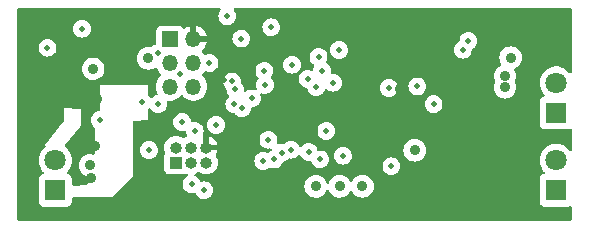
<source format=gbr>
%TF.GenerationSoftware,KiCad,Pcbnew,7.0.6*%
%TF.CreationDate,2023-08-11T09:56:28+10:00*%
%TF.ProjectId,turbidity_sensor_v2,74757262-6964-4697-9479-5f73656e736f,0.1.0*%
%TF.SameCoordinates,Original*%
%TF.FileFunction,Copper,L3,Inr*%
%TF.FilePolarity,Positive*%
%FSLAX46Y46*%
G04 Gerber Fmt 4.6, Leading zero omitted, Abs format (unit mm)*
G04 Created by KiCad (PCBNEW 7.0.6) date 2023-08-11 09:56:28*
%MOMM*%
%LPD*%
G01*
G04 APERTURE LIST*
%TA.AperFunction,ComponentPad*%
%ADD10R,1.000000X1.000000*%
%TD*%
%TA.AperFunction,ComponentPad*%
%ADD11O,1.000000X1.000000*%
%TD*%
%TA.AperFunction,ComponentPad*%
%ADD12R,1.800000X1.800000*%
%TD*%
%TA.AperFunction,ComponentPad*%
%ADD13C,1.800000*%
%TD*%
%TA.AperFunction,ComponentPad*%
%ADD14R,1.350000X1.350000*%
%TD*%
%TA.AperFunction,ComponentPad*%
%ADD15O,1.350000X1.350000*%
%TD*%
%TA.AperFunction,ViaPad*%
%ADD16C,0.900000*%
%TD*%
%TA.AperFunction,ViaPad*%
%ADD17C,0.500000*%
%TD*%
G04 APERTURE END LIST*
D10*
%TO.N,MISO*%
%TO.C,J1*%
X113462636Y-113082428D03*
D11*
%TO.N,+3.3V*%
X113462636Y-111812428D03*
%TO.N,CLKO*%
X114732636Y-113082428D03*
%TO.N,MOSI*%
X114732636Y-111812428D03*
%TO.N,RST*%
X116002636Y-113082428D03*
%TO.N,GND*%
X116002636Y-111812428D03*
%TD*%
D12*
%TO.N,Net-(D1-K)*%
%TO.C,D1*%
X145658563Y-108880210D03*
D13*
%TO.N,LED_PWR*%
X145658563Y-106340210D03*
%TD*%
D12*
%TO.N,Net-(D2-K)*%
%TO.C,D2*%
X103249445Y-115439646D03*
D13*
%TO.N,Net-(D2-A)*%
X103249445Y-112899646D03*
%TD*%
D14*
%TO.N,WKE*%
%TO.C,J3*%
X112931610Y-102661401D03*
D15*
%TO.N,GND*%
X114931610Y-102661401D03*
%TO.N,TX*%
X112931610Y-104661401D03*
%TO.N,RST*%
X114931610Y-104661401D03*
%TO.N,RX*%
X112931610Y-106661401D03*
%TO.N,+BATT*%
X114931610Y-106661401D03*
%TD*%
D12*
%TO.N,Net-(D3-K)*%
%TO.C,D3*%
X145658563Y-115439646D03*
D13*
%TO.N,LED_PWR*%
X145658563Y-112899646D03*
%TD*%
D16*
%TO.N,GND*%
X112439941Y-116357410D03*
X129115383Y-107720303D03*
X131916497Y-110400000D03*
X137339946Y-114413730D03*
X137075085Y-115338137D03*
X106770139Y-107705797D03*
D17*
X117530213Y-106080213D03*
D16*
X143000000Y-113790146D03*
X138294980Y-114399037D03*
X128127156Y-107570595D03*
D17*
X130329681Y-105709526D03*
D16*
X142900000Y-103200000D03*
X138713663Y-105704613D03*
X112439941Y-115433819D03*
X119062593Y-115131928D03*
X137128358Y-106515591D03*
D17*
X117531436Y-113132928D03*
D16*
X106573442Y-111706900D03*
D17*
X124425417Y-101601571D03*
D16*
X141117864Y-113765385D03*
D17*
X122650000Y-109150000D03*
D16*
X128915491Y-110076860D03*
D17*
X111200000Y-114550000D03*
D16*
X144100000Y-103200000D03*
D17*
X135652093Y-102620014D03*
D16*
X108559432Y-103023520D03*
X138575957Y-112404485D03*
X117733790Y-115131928D03*
X138074588Y-115338137D03*
X129139116Y-108918792D03*
X132423771Y-106844088D03*
X101089244Y-110565149D03*
X128143041Y-108614172D03*
D17*
X123850000Y-109150000D03*
D16*
X100655381Y-106182875D03*
X106278799Y-114431872D03*
X130900000Y-110400000D03*
D17*
%TO.N,+3.3VADC*%
X131490783Y-106776486D03*
D16*
X106191672Y-113322508D03*
D17*
X133898623Y-106645275D03*
X135268698Y-108145547D03*
D16*
%TO.N,+BATT*%
X125297802Y-115108976D03*
D17*
X111173423Y-112034124D03*
D16*
X129250000Y-115100000D03*
X127320103Y-115108132D03*
D17*
%TO.N,+3.3V*%
X138222899Y-102799822D03*
X126200000Y-110400000D03*
X117800000Y-100700000D03*
D16*
X141313086Y-105752987D03*
X133668546Y-112049979D03*
D17*
X121528931Y-101642406D03*
D16*
X141800000Y-104200000D03*
X106451058Y-105153746D03*
D17*
X127278974Y-103552871D03*
D16*
X141317983Y-106710135D03*
D17*
X110622782Y-107981360D03*
X119056862Y-108506034D03*
D16*
%TO.N,TIA_PWR*%
X111120805Y-104268265D03*
D17*
%TO.N,TIA_BIAS*%
X107000000Y-109500000D03*
%TO.N,MISO*%
X124690517Y-112182843D03*
X125673591Y-112824704D03*
%TO.N,CLKO*%
X114777217Y-114931928D03*
%TO.N,MOSI*%
X115038274Y-110386668D03*
X121779195Y-112825204D03*
%TO.N,TX*%
X113800000Y-105600000D03*
X118214751Y-106224125D03*
%TO.N,RX*%
X121004999Y-106507162D03*
X111963403Y-108125869D03*
%TO.N,LED_DIGITAL_SIGNAL*%
X126760000Y-106320000D03*
X137742074Y-103529169D03*
%TO.N,LED_PWR_EN*%
X118999723Y-102584220D03*
X119896763Y-107660255D03*
X120953579Y-105305378D03*
%TO.N,LED_PWR_FAULT*%
X118400000Y-108150000D03*
X121291912Y-111151834D03*
X116858319Y-109902604D03*
%TO.N,LED_2_EN*%
X127600000Y-112500000D03*
X120850000Y-112950000D03*
%TO.N,LED_1_EN*%
X131703088Y-113400111D03*
X122400000Y-112250704D03*
%TO.N,SS*%
X113983227Y-109664507D03*
X123200000Y-112000000D03*
%TO.N,REF_EN*%
X115863418Y-115431235D03*
%TO.N,TIA_PWR_EN*%
X125340989Y-106685682D03*
%TO.N,SDA*%
X124600000Y-106000000D03*
X123300517Y-104800517D03*
%TO.N,SCL*%
X125531155Y-104154887D03*
X125815945Y-105303887D03*
%TO.N,NEG_VOLT_EN*%
X111931610Y-103850644D03*
X102582347Y-103363524D03*
X105500000Y-101750000D03*
X118479281Y-106871680D03*
%TO.N,WKE*%
X116300000Y-104649406D03*
%TD*%
%TA.AperFunction,Conductor*%
%TO.N,GND*%
G36*
X117205810Y-100020185D02*
G01*
X117251565Y-100072989D01*
X117261509Y-100142147D01*
X117232484Y-100205703D01*
X117226452Y-100212181D01*
X117209523Y-100229109D01*
X117209518Y-100229115D01*
X117119547Y-100372302D01*
X117119545Y-100372305D01*
X117063685Y-100531943D01*
X117044751Y-100699997D01*
X117044751Y-100700002D01*
X117063685Y-100868056D01*
X117119545Y-101027694D01*
X117119547Y-101027697D01*
X117209518Y-101170884D01*
X117209523Y-101170890D01*
X117329109Y-101290476D01*
X117329115Y-101290481D01*
X117472302Y-101380452D01*
X117472305Y-101380454D01*
X117472309Y-101380455D01*
X117472310Y-101380456D01*
X117544913Y-101405860D01*
X117631943Y-101436314D01*
X117799997Y-101455249D01*
X117800000Y-101455249D01*
X117800003Y-101455249D01*
X117968056Y-101436314D01*
X118008077Y-101422310D01*
X118127690Y-101380456D01*
X118127692Y-101380454D01*
X118127694Y-101380454D01*
X118127697Y-101380452D01*
X118270884Y-101290481D01*
X118270885Y-101290480D01*
X118270890Y-101290477D01*
X118390477Y-101170890D01*
X118390481Y-101170884D01*
X118480452Y-101027697D01*
X118480454Y-101027694D01*
X118480454Y-101027692D01*
X118480456Y-101027690D01*
X118536313Y-100868059D01*
X118536313Y-100868058D01*
X118536314Y-100868056D01*
X118555249Y-100700002D01*
X118555249Y-100699997D01*
X118536314Y-100531943D01*
X118480454Y-100372305D01*
X118480452Y-100372302D01*
X118390481Y-100229115D01*
X118390476Y-100229109D01*
X118373548Y-100212181D01*
X118340063Y-100150858D01*
X118345047Y-100081166D01*
X118386919Y-100025233D01*
X118452383Y-100000816D01*
X118461229Y-100000500D01*
X146875500Y-100000500D01*
X146942539Y-100020185D01*
X146988294Y-100072989D01*
X146999500Y-100124500D01*
X146999500Y-105415585D01*
X146979815Y-105482624D01*
X146927011Y-105528379D01*
X146857853Y-105538323D01*
X146794297Y-105509298D01*
X146771694Y-105483411D01*
X146767546Y-105477062D01*
X146767543Y-105477059D01*
X146767542Y-105477057D01*
X146610347Y-105306297D01*
X146610342Y-105306293D01*
X146610340Y-105306291D01*
X146427197Y-105163745D01*
X146427191Y-105163741D01*
X146223067Y-105053274D01*
X146223058Y-105053271D01*
X146003547Y-104977912D01*
X145798055Y-104943622D01*
X145774612Y-104939710D01*
X145542514Y-104939710D01*
X145519071Y-104943622D01*
X145313578Y-104977912D01*
X145094067Y-105053271D01*
X145094058Y-105053274D01*
X144889934Y-105163741D01*
X144889928Y-105163745D01*
X144706785Y-105306291D01*
X144706782Y-105306294D01*
X144706779Y-105306296D01*
X144706779Y-105306297D01*
X144675681Y-105340079D01*
X144549579Y-105477062D01*
X144422638Y-105671361D01*
X144329405Y-105883909D01*
X144272429Y-106108901D01*
X144272427Y-106108912D01*
X144253263Y-106340203D01*
X144253263Y-106340216D01*
X144272427Y-106571507D01*
X144272429Y-106571518D01*
X144329405Y-106796510D01*
X144422638Y-107009058D01*
X144549579Y-107203357D01*
X144549582Y-107203361D01*
X144549584Y-107203363D01*
X144644366Y-107306324D01*
X144675287Y-107368977D01*
X144667427Y-107438403D01*
X144623279Y-107492558D01*
X144596469Y-107506487D01*
X144516232Y-107536413D01*
X144516227Y-107536416D01*
X144401018Y-107622662D01*
X144401015Y-107622665D01*
X144314769Y-107737874D01*
X144314765Y-107737881D01*
X144264471Y-107872727D01*
X144258064Y-107932326D01*
X144258063Y-107932345D01*
X144258063Y-109828080D01*
X144258064Y-109828086D01*
X144264471Y-109887693D01*
X144314765Y-110022538D01*
X144314769Y-110022545D01*
X144401015Y-110137754D01*
X144401018Y-110137757D01*
X144516227Y-110224003D01*
X144516234Y-110224007D01*
X144651080Y-110274301D01*
X144651079Y-110274301D01*
X144658007Y-110275045D01*
X144710690Y-110280710D01*
X146606435Y-110280709D01*
X146666046Y-110274301D01*
X146800894Y-110224006D01*
X146801187Y-110223786D01*
X146801531Y-110223657D01*
X146808677Y-110219756D01*
X146809237Y-110220783D01*
X146866652Y-110199368D01*
X146934925Y-110214219D01*
X146984331Y-110263624D01*
X146999500Y-110323052D01*
X146999500Y-111975021D01*
X146979815Y-112042060D01*
X146927011Y-112087815D01*
X146857853Y-112097759D01*
X146794297Y-112068734D01*
X146771694Y-112042847D01*
X146767546Y-112036498D01*
X146767543Y-112036495D01*
X146767542Y-112036493D01*
X146610347Y-111865733D01*
X146610342Y-111865729D01*
X146610340Y-111865727D01*
X146427197Y-111723181D01*
X146427191Y-111723177D01*
X146223067Y-111612710D01*
X146223058Y-111612707D01*
X146003547Y-111537348D01*
X145794034Y-111502387D01*
X145774612Y-111499146D01*
X145542514Y-111499146D01*
X145523092Y-111502387D01*
X145313578Y-111537348D01*
X145094067Y-111612707D01*
X145094058Y-111612710D01*
X144889934Y-111723177D01*
X144889928Y-111723181D01*
X144706785Y-111865727D01*
X144706782Y-111865730D01*
X144706779Y-111865732D01*
X144706779Y-111865733D01*
X144668714Y-111907083D01*
X144549579Y-112036498D01*
X144422638Y-112230797D01*
X144329405Y-112443345D01*
X144272429Y-112668337D01*
X144272427Y-112668348D01*
X144253263Y-112899639D01*
X144253263Y-112899652D01*
X144272427Y-113130943D01*
X144272429Y-113130954D01*
X144329405Y-113355946D01*
X144422638Y-113568494D01*
X144549579Y-113762793D01*
X144549582Y-113762797D01*
X144549584Y-113762799D01*
X144644366Y-113865760D01*
X144675287Y-113928413D01*
X144667427Y-113997839D01*
X144623279Y-114051994D01*
X144596469Y-114065923D01*
X144516232Y-114095849D01*
X144516227Y-114095852D01*
X144401018Y-114182098D01*
X144401015Y-114182101D01*
X144314769Y-114297310D01*
X144314765Y-114297317D01*
X144264471Y-114432163D01*
X144260994Y-114464508D01*
X144258064Y-114491769D01*
X144258063Y-114491781D01*
X144258063Y-116387516D01*
X144258064Y-116387522D01*
X144264471Y-116447129D01*
X144314765Y-116581974D01*
X144314769Y-116581981D01*
X144401015Y-116697190D01*
X144401018Y-116697193D01*
X144516227Y-116783439D01*
X144516234Y-116783443D01*
X144651080Y-116833737D01*
X144651079Y-116833737D01*
X144658007Y-116834481D01*
X144710690Y-116840146D01*
X146606435Y-116840145D01*
X146666046Y-116833737D01*
X146800894Y-116783442D01*
X146801187Y-116783222D01*
X146801531Y-116783093D01*
X146808677Y-116779192D01*
X146809237Y-116780219D01*
X146866652Y-116758804D01*
X146934925Y-116773655D01*
X146984331Y-116823060D01*
X146999500Y-116882488D01*
X146999500Y-117875500D01*
X146979815Y-117942539D01*
X146927011Y-117988294D01*
X146875500Y-117999500D01*
X100124500Y-117999500D01*
X100057461Y-117979815D01*
X100011706Y-117927011D01*
X100000500Y-117875500D01*
X100000500Y-112899652D01*
X101844144Y-112899652D01*
X101863309Y-113130943D01*
X101863311Y-113130954D01*
X101920287Y-113355946D01*
X102013520Y-113568494D01*
X102140461Y-113762793D01*
X102140464Y-113762797D01*
X102140466Y-113762799D01*
X102235248Y-113865760D01*
X102266169Y-113928413D01*
X102258309Y-113997839D01*
X102214161Y-114051994D01*
X102187351Y-114065923D01*
X102107114Y-114095849D01*
X102107109Y-114095852D01*
X101991900Y-114182098D01*
X101991897Y-114182101D01*
X101905651Y-114297310D01*
X101905647Y-114297317D01*
X101855353Y-114432163D01*
X101851876Y-114464508D01*
X101848946Y-114491769D01*
X101848945Y-114491781D01*
X101848945Y-116387516D01*
X101848946Y-116387522D01*
X101855353Y-116447129D01*
X101905647Y-116581974D01*
X101905651Y-116581981D01*
X101991897Y-116697190D01*
X101991900Y-116697193D01*
X102107109Y-116783439D01*
X102107116Y-116783443D01*
X102241962Y-116833737D01*
X102241961Y-116833737D01*
X102248889Y-116834481D01*
X102301572Y-116840146D01*
X104197317Y-116840145D01*
X104256928Y-116833737D01*
X104391776Y-116783442D01*
X104506991Y-116697192D01*
X104593241Y-116581977D01*
X104643536Y-116447129D01*
X104649945Y-116387519D01*
X104649945Y-116124000D01*
X104669630Y-116056961D01*
X104722434Y-116011206D01*
X104773945Y-116000000D01*
X108099999Y-116000000D01*
X108100000Y-116000000D01*
X109800000Y-114200000D01*
X109800000Y-112034126D01*
X110418174Y-112034126D01*
X110437108Y-112202180D01*
X110492968Y-112361818D01*
X110492970Y-112361821D01*
X110582941Y-112505008D01*
X110582946Y-112505014D01*
X110702532Y-112624600D01*
X110702538Y-112624605D01*
X110845725Y-112714576D01*
X110845728Y-112714578D01*
X110845732Y-112714579D01*
X110845733Y-112714580D01*
X110866221Y-112721749D01*
X111005366Y-112770438D01*
X111173420Y-112789373D01*
X111173423Y-112789373D01*
X111173426Y-112789373D01*
X111341479Y-112770438D01*
X111341482Y-112770437D01*
X111501113Y-112714580D01*
X111501115Y-112714578D01*
X111501117Y-112714578D01*
X111501120Y-112714576D01*
X111644307Y-112624605D01*
X111644308Y-112624604D01*
X111644313Y-112624601D01*
X111763900Y-112505014D01*
X111764934Y-112503368D01*
X111853875Y-112361821D01*
X111853877Y-112361818D01*
X111853877Y-112361816D01*
X111853879Y-112361814D01*
X111909736Y-112202183D01*
X111909736Y-112202182D01*
X111909737Y-112202180D01*
X111928672Y-112034126D01*
X111928672Y-112034121D01*
X111909737Y-111866067D01*
X111890968Y-111812428D01*
X112457295Y-111812428D01*
X112476611Y-112008557D01*
X112482846Y-112029110D01*
X112529480Y-112182843D01*
X112533823Y-112197157D01*
X112534957Y-112199278D01*
X112535216Y-112200522D01*
X112536154Y-112202787D01*
X112535724Y-112202964D01*
X112549200Y-112267681D01*
X112524869Y-112332042D01*
X112518841Y-112340094D01*
X112518838Y-112340099D01*
X112468544Y-112474945D01*
X112462137Y-112534544D01*
X112462136Y-112534563D01*
X112462136Y-113630298D01*
X112462137Y-113630304D01*
X112468544Y-113689911D01*
X112518838Y-113824756D01*
X112518842Y-113824763D01*
X112605088Y-113939972D01*
X112605091Y-113939975D01*
X112720300Y-114026221D01*
X112720307Y-114026225D01*
X112855153Y-114076519D01*
X112855152Y-114076519D01*
X112862080Y-114077263D01*
X112914763Y-114082928D01*
X114010508Y-114082927D01*
X114070119Y-114076519D01*
X114204967Y-114026224D01*
X114213015Y-114020198D01*
X114278478Y-113995779D01*
X114342110Y-114009323D01*
X114342281Y-114008911D01*
X114344511Y-114009834D01*
X114345782Y-114010105D01*
X114347909Y-114011242D01*
X114414016Y-114031295D01*
X114472453Y-114069592D01*
X114500909Y-114133404D01*
X114490349Y-114202471D01*
X114444125Y-114254864D01*
X114443992Y-114254948D01*
X114306329Y-114341449D01*
X114306326Y-114341451D01*
X114186740Y-114461037D01*
X114186735Y-114461043D01*
X114096764Y-114604230D01*
X114096762Y-114604233D01*
X114040902Y-114763871D01*
X114021968Y-114931925D01*
X114021968Y-114931930D01*
X114040902Y-115099984D01*
X114096762Y-115259622D01*
X114096764Y-115259625D01*
X114186735Y-115402812D01*
X114186740Y-115402818D01*
X114306326Y-115522404D01*
X114306332Y-115522409D01*
X114449519Y-115612380D01*
X114449522Y-115612382D01*
X114449526Y-115612383D01*
X114449527Y-115612384D01*
X114501657Y-115630625D01*
X114609160Y-115668242D01*
X114777214Y-115687177D01*
X114777217Y-115687177D01*
X114777220Y-115687177D01*
X114945276Y-115668241D01*
X114945277Y-115668241D01*
X115011722Y-115644991D01*
X115081500Y-115641428D01*
X115142128Y-115676157D01*
X115169719Y-115721078D01*
X115182962Y-115758927D01*
X115182965Y-115758932D01*
X115272936Y-115902119D01*
X115272941Y-115902125D01*
X115392527Y-116021711D01*
X115392533Y-116021716D01*
X115535720Y-116111687D01*
X115535723Y-116111689D01*
X115535727Y-116111690D01*
X115535728Y-116111691D01*
X115608331Y-116137095D01*
X115695361Y-116167549D01*
X115863415Y-116186484D01*
X115863418Y-116186484D01*
X115863421Y-116186484D01*
X116031474Y-116167549D01*
X116031477Y-116167548D01*
X116191108Y-116111691D01*
X116191110Y-116111689D01*
X116191112Y-116111689D01*
X116191115Y-116111687D01*
X116334302Y-116021716D01*
X116334303Y-116021715D01*
X116334308Y-116021712D01*
X116453895Y-115902125D01*
X116458915Y-115894136D01*
X116543870Y-115758932D01*
X116543872Y-115758929D01*
X116543872Y-115758927D01*
X116543874Y-115758925D01*
X116599731Y-115599294D01*
X116599731Y-115599293D01*
X116599732Y-115599291D01*
X116618667Y-115431237D01*
X116618667Y-115431232D01*
X116599732Y-115263178D01*
X116545774Y-115108975D01*
X124342703Y-115108975D01*
X124361054Y-115295307D01*
X124361055Y-115295309D01*
X124415406Y-115474478D01*
X124503664Y-115639599D01*
X124503666Y-115639602D01*
X124622444Y-115784333D01*
X124767175Y-115903111D01*
X124767178Y-115903113D01*
X124915506Y-115982395D01*
X124932301Y-115991372D01*
X125108689Y-116044879D01*
X125111468Y-116045722D01*
X125111470Y-116045723D01*
X125128176Y-116047368D01*
X125297802Y-116064075D01*
X125484133Y-116045723D01*
X125663303Y-115991372D01*
X125828427Y-115903112D01*
X125973159Y-115784333D01*
X126091938Y-115639601D01*
X126180198Y-115474477D01*
X126190421Y-115440778D01*
X126228716Y-115382342D01*
X126292528Y-115353885D01*
X126361595Y-115364444D01*
X126413989Y-115410668D01*
X126427740Y-115440778D01*
X126437707Y-115473635D01*
X126525965Y-115638755D01*
X126525967Y-115638758D01*
X126644745Y-115783489D01*
X126789476Y-115902267D01*
X126789479Y-115902269D01*
X126939386Y-115982395D01*
X126954602Y-115990528D01*
X127106965Y-116036747D01*
X127133769Y-116044878D01*
X127133771Y-116044879D01*
X127142331Y-116045722D01*
X127320103Y-116063231D01*
X127506434Y-116044879D01*
X127685604Y-115990528D01*
X127850728Y-115902268D01*
X127995460Y-115783489D01*
X128114239Y-115638757D01*
X128177867Y-115519715D01*
X128226827Y-115469873D01*
X128294965Y-115454412D01*
X128360645Y-115478243D01*
X128396582Y-115519717D01*
X128455862Y-115630623D01*
X128455864Y-115630626D01*
X128574642Y-115775357D01*
X128719373Y-115894135D01*
X128719376Y-115894137D01*
X128884497Y-115982395D01*
X128884499Y-115982396D01*
X129014106Y-116021712D01*
X129063666Y-116036746D01*
X129063668Y-116036747D01*
X129082019Y-116038554D01*
X129250000Y-116055099D01*
X129436331Y-116036747D01*
X129615501Y-115982396D01*
X129780625Y-115894136D01*
X129925357Y-115775357D01*
X130044136Y-115630625D01*
X130132396Y-115465501D01*
X130186747Y-115286331D01*
X130205099Y-115100000D01*
X130186747Y-114913669D01*
X130132396Y-114734499D01*
X130129931Y-114729887D01*
X130044137Y-114569376D01*
X130044135Y-114569373D01*
X129925357Y-114424642D01*
X129780626Y-114305864D01*
X129780623Y-114305862D01*
X129615502Y-114217604D01*
X129436333Y-114163253D01*
X129436331Y-114163252D01*
X129250000Y-114144901D01*
X129063668Y-114163252D01*
X129063666Y-114163253D01*
X128884497Y-114217604D01*
X128719376Y-114305862D01*
X128719373Y-114305864D01*
X128574642Y-114424642D01*
X128455864Y-114569373D01*
X128455862Y-114569376D01*
X128392236Y-114688414D01*
X128343274Y-114738258D01*
X128275136Y-114753719D01*
X128209457Y-114729887D01*
X128173520Y-114688414D01*
X128114240Y-114577508D01*
X128114238Y-114577505D01*
X127995460Y-114432774D01*
X127850729Y-114313996D01*
X127850726Y-114313994D01*
X127685605Y-114225736D01*
X127506436Y-114171385D01*
X127506434Y-114171384D01*
X127320103Y-114153033D01*
X127133771Y-114171384D01*
X127133769Y-114171385D01*
X126954600Y-114225736D01*
X126789479Y-114313994D01*
X126789476Y-114313996D01*
X126644745Y-114432774D01*
X126525967Y-114577505D01*
X126525965Y-114577508D01*
X126437708Y-114742627D01*
X126427484Y-114776330D01*
X126389185Y-114834768D01*
X126325372Y-114863223D01*
X126256306Y-114852661D01*
X126203913Y-114806436D01*
X126190164Y-114776331D01*
X126180198Y-114743475D01*
X126180196Y-114743472D01*
X126180196Y-114743470D01*
X126091939Y-114578352D01*
X126091937Y-114578349D01*
X125973159Y-114433618D01*
X125828428Y-114314840D01*
X125828425Y-114314838D01*
X125663304Y-114226580D01*
X125484135Y-114172229D01*
X125484133Y-114172228D01*
X125297802Y-114153877D01*
X125111470Y-114172228D01*
X125111468Y-114172229D01*
X124932299Y-114226580D01*
X124767178Y-114314838D01*
X124767175Y-114314840D01*
X124622444Y-114433618D01*
X124503666Y-114578349D01*
X124503664Y-114578352D01*
X124415406Y-114743473D01*
X124361055Y-114922642D01*
X124361054Y-114922644D01*
X124342703Y-115108975D01*
X116545774Y-115108975D01*
X116543872Y-115103540D01*
X116543870Y-115103537D01*
X116453899Y-114960350D01*
X116453894Y-114960344D01*
X116334308Y-114840758D01*
X116334302Y-114840753D01*
X116191115Y-114750782D01*
X116191112Y-114750780D01*
X116031474Y-114694920D01*
X115863421Y-114675986D01*
X115863415Y-114675986D01*
X115695358Y-114694921D01*
X115628910Y-114718172D01*
X115559132Y-114721733D01*
X115498505Y-114687004D01*
X115470915Y-114642083D01*
X115457673Y-114604237D01*
X115457669Y-114604230D01*
X115367698Y-114461043D01*
X115367693Y-114461037D01*
X115248107Y-114341451D01*
X115248101Y-114341446D01*
X115104914Y-114251475D01*
X115104907Y-114251471D01*
X115101458Y-114250265D01*
X115099531Y-114248882D01*
X115098634Y-114248451D01*
X115098709Y-114248293D01*
X115044682Y-114209545D01*
X115018933Y-114144592D01*
X115032388Y-114076030D01*
X115080775Y-114025627D01*
X115106413Y-114014563D01*
X115117363Y-114011242D01*
X115291174Y-113918338D01*
X115291180Y-113918332D01*
X115296243Y-113914951D01*
X115297339Y-113916592D01*
X115353275Y-113892833D01*
X115422143Y-113904622D01*
X115438784Y-113915316D01*
X115439029Y-113914951D01*
X115444094Y-113918335D01*
X115444098Y-113918338D01*
X115579266Y-113990587D01*
X115615783Y-114010106D01*
X115617909Y-114011242D01*
X115806504Y-114068452D01*
X116002636Y-114087769D01*
X116198768Y-114068452D01*
X116387363Y-114011242D01*
X116389489Y-114010106D01*
X116520696Y-113939974D01*
X116561174Y-113918338D01*
X116713519Y-113793311D01*
X116838546Y-113640966D01*
X116909168Y-113508841D01*
X116931447Y-113467161D01*
X116931447Y-113467160D01*
X116931450Y-113467155D01*
X116988660Y-113278560D01*
X117007977Y-113082428D01*
X116994934Y-112950002D01*
X120094751Y-112950002D01*
X120113685Y-113118056D01*
X120169545Y-113277694D01*
X120169547Y-113277697D01*
X120259518Y-113420884D01*
X120259523Y-113420890D01*
X120379109Y-113540476D01*
X120379115Y-113540481D01*
X120522302Y-113630452D01*
X120522305Y-113630454D01*
X120522309Y-113630455D01*
X120522310Y-113630456D01*
X120552329Y-113640960D01*
X120681943Y-113686314D01*
X120849997Y-113705249D01*
X120850000Y-113705249D01*
X120850003Y-113705249D01*
X121018056Y-113686314D01*
X121018059Y-113686313D01*
X121177690Y-113630456D01*
X121320890Y-113540477D01*
X121325442Y-113535924D01*
X121386762Y-113502438D01*
X121454079Y-113506560D01*
X121538001Y-113535926D01*
X121611138Y-113561518D01*
X121779192Y-113580453D01*
X121779195Y-113580453D01*
X121779198Y-113580453D01*
X121947251Y-113561518D01*
X121948683Y-113561017D01*
X122106885Y-113505660D01*
X122106887Y-113505658D01*
X122106889Y-113505658D01*
X122106892Y-113505656D01*
X122250079Y-113415685D01*
X122250080Y-113415684D01*
X122250085Y-113415681D01*
X122369672Y-113296094D01*
X122369990Y-113295588D01*
X122459647Y-113152901D01*
X122459650Y-113152896D01*
X122459651Y-113152894D01*
X122490944Y-113063461D01*
X122531664Y-113006688D01*
X122567031Y-112987376D01*
X122568056Y-112987017D01*
X122568059Y-112987017D01*
X122727690Y-112931160D01*
X122870890Y-112841181D01*
X122939221Y-112772848D01*
X123000544Y-112739364D01*
X123040787Y-112737310D01*
X123199997Y-112755249D01*
X123200000Y-112755249D01*
X123200003Y-112755249D01*
X123368056Y-112736314D01*
X123368059Y-112736313D01*
X123527690Y-112680456D01*
X123527692Y-112680454D01*
X123527694Y-112680454D01*
X123527697Y-112680452D01*
X123670884Y-112590481D01*
X123670885Y-112590480D01*
X123670890Y-112590477D01*
X123790477Y-112470890D01*
X123790485Y-112470876D01*
X123793559Y-112467023D01*
X123850743Y-112426878D01*
X123920554Y-112424021D01*
X123980828Y-112459361D01*
X124007553Y-112503368D01*
X124010059Y-112510530D01*
X124010064Y-112510540D01*
X124100035Y-112653727D01*
X124100040Y-112653733D01*
X124219626Y-112773319D01*
X124219632Y-112773324D01*
X124362819Y-112863295D01*
X124362822Y-112863297D01*
X124362826Y-112863298D01*
X124362827Y-112863299D01*
X124428549Y-112886296D01*
X124522460Y-112919157D01*
X124690514Y-112938092D01*
X124690517Y-112938092D01*
X124690520Y-112938092D01*
X124811248Y-112924489D01*
X124880070Y-112936543D01*
X124931450Y-112983892D01*
X124942174Y-113006755D01*
X124993135Y-113152395D01*
X124993138Y-113152401D01*
X125083109Y-113295588D01*
X125083114Y-113295594D01*
X125202700Y-113415180D01*
X125202706Y-113415185D01*
X125345893Y-113505156D01*
X125345896Y-113505158D01*
X125345900Y-113505159D01*
X125345901Y-113505160D01*
X125356421Y-113508841D01*
X125505534Y-113561018D01*
X125673588Y-113579953D01*
X125673591Y-113579953D01*
X125673594Y-113579953D01*
X125841647Y-113561018D01*
X125841650Y-113561017D01*
X126001281Y-113505160D01*
X126001283Y-113505158D01*
X126001285Y-113505158D01*
X126001288Y-113505156D01*
X126144475Y-113415185D01*
X126144476Y-113415184D01*
X126144481Y-113415181D01*
X126159549Y-113400113D01*
X130947839Y-113400113D01*
X130966773Y-113568167D01*
X131022633Y-113727805D01*
X131022635Y-113727808D01*
X131112606Y-113870995D01*
X131112611Y-113871001D01*
X131232197Y-113990587D01*
X131232203Y-113990592D01*
X131375390Y-114080563D01*
X131375393Y-114080565D01*
X131375397Y-114080566D01*
X131375398Y-114080567D01*
X131448001Y-114105971D01*
X131535031Y-114136425D01*
X131703085Y-114155360D01*
X131703088Y-114155360D01*
X131703091Y-114155360D01*
X131871144Y-114136425D01*
X131871147Y-114136424D01*
X132030778Y-114080567D01*
X132030780Y-114080565D01*
X132030782Y-114080565D01*
X132030785Y-114080563D01*
X132173972Y-113990592D01*
X132173973Y-113990591D01*
X132173978Y-113990588D01*
X132293565Y-113871001D01*
X132293569Y-113870995D01*
X132383540Y-113727808D01*
X132383542Y-113727805D01*
X132383542Y-113727803D01*
X132383544Y-113727801D01*
X132439401Y-113568170D01*
X132439401Y-113568169D01*
X132439402Y-113568167D01*
X132458337Y-113400113D01*
X132458337Y-113400108D01*
X132439402Y-113232054D01*
X132389862Y-113090477D01*
X132383544Y-113072421D01*
X132383543Y-113072420D01*
X132383542Y-113072416D01*
X132383540Y-113072413D01*
X132293569Y-112929226D01*
X132293564Y-112929220D01*
X132173978Y-112809634D01*
X132173972Y-112809629D01*
X132030785Y-112719658D01*
X132030782Y-112719656D01*
X131871144Y-112663796D01*
X131703091Y-112644862D01*
X131703085Y-112644862D01*
X131535031Y-112663796D01*
X131375393Y-112719656D01*
X131375390Y-112719658D01*
X131232203Y-112809629D01*
X131232197Y-112809634D01*
X131112611Y-112929220D01*
X131112606Y-112929226D01*
X131022635Y-113072413D01*
X131022633Y-113072416D01*
X130966773Y-113232054D01*
X130947839Y-113400108D01*
X130947839Y-113400113D01*
X126159549Y-113400113D01*
X126264068Y-113295594D01*
X126274773Y-113278557D01*
X126354043Y-113152401D01*
X126354045Y-113152398D01*
X126354046Y-113152395D01*
X126354047Y-113152394D01*
X126409904Y-112992763D01*
X126409904Y-112992762D01*
X126409905Y-112992760D01*
X126428840Y-112824706D01*
X126428840Y-112824701D01*
X126409905Y-112656647D01*
X126367179Y-112534544D01*
X126355093Y-112500002D01*
X126844751Y-112500002D01*
X126863685Y-112668056D01*
X126919545Y-112827694D01*
X126919547Y-112827697D01*
X127009518Y-112970884D01*
X127009523Y-112970890D01*
X127129109Y-113090476D01*
X127129115Y-113090481D01*
X127272302Y-113180452D01*
X127272305Y-113180454D01*
X127272309Y-113180455D01*
X127272310Y-113180456D01*
X127344913Y-113205860D01*
X127431943Y-113236314D01*
X127599997Y-113255249D01*
X127600000Y-113255249D01*
X127600003Y-113255249D01*
X127768056Y-113236314D01*
X127768059Y-113236313D01*
X127927690Y-113180456D01*
X127927692Y-113180454D01*
X127927694Y-113180454D01*
X127927697Y-113180452D01*
X128070884Y-113090481D01*
X128070885Y-113090480D01*
X128070890Y-113090477D01*
X128190477Y-112970890D01*
X128190481Y-112970884D01*
X128280452Y-112827697D01*
X128280454Y-112827694D01*
X128280454Y-112827692D01*
X128280456Y-112827690D01*
X128336313Y-112668059D01*
X128336313Y-112668058D01*
X128336314Y-112668056D01*
X128355249Y-112500002D01*
X128355249Y-112499997D01*
X128336314Y-112331943D01*
X128302850Y-112236310D01*
X128280456Y-112172310D01*
X128280455Y-112172309D01*
X128280454Y-112172305D01*
X128280452Y-112172302D01*
X128203590Y-112049978D01*
X132713447Y-112049978D01*
X132731798Y-112236310D01*
X132731799Y-112236312D01*
X132786150Y-112415481D01*
X132874408Y-112580602D01*
X132874410Y-112580605D01*
X132993188Y-112725336D01*
X133137919Y-112844114D01*
X133137922Y-112844116D01*
X133300770Y-112931159D01*
X133303045Y-112932375D01*
X133472873Y-112983892D01*
X133482212Y-112986725D01*
X133482214Y-112986726D01*
X133500565Y-112988533D01*
X133668546Y-113005078D01*
X133854877Y-112986726D01*
X134034047Y-112932375D01*
X134199171Y-112844115D01*
X134343903Y-112725336D01*
X134462682Y-112580604D01*
X134550942Y-112415480D01*
X134605293Y-112236310D01*
X134623645Y-112049979D01*
X134605293Y-111863648D01*
X134550942Y-111684478D01*
X134516255Y-111619582D01*
X134462683Y-111519355D01*
X134462681Y-111519352D01*
X134343903Y-111374621D01*
X134199172Y-111255843D01*
X134199169Y-111255841D01*
X134034048Y-111167583D01*
X133854879Y-111113232D01*
X133854877Y-111113231D01*
X133668546Y-111094880D01*
X133482214Y-111113231D01*
X133482212Y-111113232D01*
X133303043Y-111167583D01*
X133137922Y-111255841D01*
X133137919Y-111255843D01*
X132993188Y-111374621D01*
X132874410Y-111519352D01*
X132874408Y-111519355D01*
X132786150Y-111684476D01*
X132731799Y-111863645D01*
X132731798Y-111863647D01*
X132713447Y-112049978D01*
X128203590Y-112049978D01*
X128190481Y-112029115D01*
X128190476Y-112029109D01*
X128070890Y-111909523D01*
X128070884Y-111909518D01*
X127927697Y-111819547D01*
X127927694Y-111819545D01*
X127768056Y-111763685D01*
X127600003Y-111744751D01*
X127599997Y-111744751D01*
X127431943Y-111763685D01*
X127272305Y-111819545D01*
X127272302Y-111819547D01*
X127129115Y-111909518D01*
X127129109Y-111909523D01*
X127009523Y-112029109D01*
X127009518Y-112029115D01*
X126919547Y-112172302D01*
X126919545Y-112172305D01*
X126863685Y-112331943D01*
X126844751Y-112499997D01*
X126844751Y-112500002D01*
X126355093Y-112500002D01*
X126354047Y-112497014D01*
X126354046Y-112497013D01*
X126354045Y-112497009D01*
X126354043Y-112497006D01*
X126264072Y-112353819D01*
X126264067Y-112353813D01*
X126144481Y-112234227D01*
X126144475Y-112234222D01*
X126001288Y-112144251D01*
X126001285Y-112144249D01*
X125841647Y-112088389D01*
X125673594Y-112069455D01*
X125673587Y-112069455D01*
X125552859Y-112083057D01*
X125484037Y-112071002D01*
X125432658Y-112023653D01*
X125421934Y-112000792D01*
X125374675Y-111865733D01*
X125370973Y-111855153D01*
X125370972Y-111855152D01*
X125370971Y-111855148D01*
X125370969Y-111855145D01*
X125280998Y-111711958D01*
X125280993Y-111711952D01*
X125161407Y-111592366D01*
X125161401Y-111592361D01*
X125018214Y-111502390D01*
X125018211Y-111502388D01*
X124858573Y-111446528D01*
X124690520Y-111427594D01*
X124690514Y-111427594D01*
X124522460Y-111446528D01*
X124362822Y-111502388D01*
X124362819Y-111502390D01*
X124219632Y-111592361D01*
X124219626Y-111592366D01*
X124100039Y-111711953D01*
X124096948Y-111715830D01*
X124039759Y-111755969D01*
X123969947Y-111758817D01*
X123909678Y-111723471D01*
X123882961Y-111679469D01*
X123880455Y-111672308D01*
X123880452Y-111672302D01*
X123790481Y-111529115D01*
X123790476Y-111529109D01*
X123670890Y-111409523D01*
X123670884Y-111409518D01*
X123527697Y-111319547D01*
X123527694Y-111319545D01*
X123368056Y-111263685D01*
X123200003Y-111244751D01*
X123199997Y-111244751D01*
X123031943Y-111263685D01*
X122872305Y-111319545D01*
X122872302Y-111319547D01*
X122729112Y-111409520D01*
X122729105Y-111409526D01*
X122660775Y-111477855D01*
X122599451Y-111511340D01*
X122559212Y-111513393D01*
X122400004Y-111495455D01*
X122399997Y-111495455D01*
X122231940Y-111514390D01*
X122165286Y-111537713D01*
X122095507Y-111541274D01*
X122034881Y-111506544D01*
X122002654Y-111444551D01*
X122007292Y-111379715D01*
X122009075Y-111374622D01*
X122028225Y-111319893D01*
X122036692Y-111244751D01*
X122047161Y-111151836D01*
X122047161Y-111151831D01*
X122028226Y-110983777D01*
X121979059Y-110843267D01*
X121972368Y-110824144D01*
X121972367Y-110824143D01*
X121972366Y-110824139D01*
X121972364Y-110824136D01*
X121882393Y-110680949D01*
X121882388Y-110680943D01*
X121762802Y-110561357D01*
X121762796Y-110561352D01*
X121619609Y-110471381D01*
X121619606Y-110471379D01*
X121459968Y-110415519D01*
X121322243Y-110400002D01*
X125444751Y-110400002D01*
X125463685Y-110568056D01*
X125519545Y-110727694D01*
X125519547Y-110727697D01*
X125609518Y-110870884D01*
X125609523Y-110870890D01*
X125729109Y-110990476D01*
X125729115Y-110990481D01*
X125872302Y-111080452D01*
X125872305Y-111080454D01*
X125872309Y-111080455D01*
X125872310Y-111080456D01*
X125913532Y-111094880D01*
X126031943Y-111136314D01*
X126199997Y-111155249D01*
X126200000Y-111155249D01*
X126200003Y-111155249D01*
X126368056Y-111136314D01*
X126368059Y-111136313D01*
X126527690Y-111080456D01*
X126527692Y-111080454D01*
X126527694Y-111080454D01*
X126527697Y-111080452D01*
X126670884Y-110990481D01*
X126670885Y-110990480D01*
X126670890Y-110990477D01*
X126790477Y-110870890D01*
X126790481Y-110870884D01*
X126880452Y-110727697D01*
X126880454Y-110727694D01*
X126880454Y-110727692D01*
X126880456Y-110727690D01*
X126936313Y-110568059D01*
X126936313Y-110568058D01*
X126936314Y-110568056D01*
X126955249Y-110400002D01*
X126955249Y-110399997D01*
X126936314Y-110231943D01*
X126880454Y-110072305D01*
X126880452Y-110072302D01*
X126790481Y-109929115D01*
X126790476Y-109929109D01*
X126670890Y-109809523D01*
X126670884Y-109809518D01*
X126527697Y-109719547D01*
X126527694Y-109719545D01*
X126368056Y-109663685D01*
X126200003Y-109644751D01*
X126199997Y-109644751D01*
X126031943Y-109663685D01*
X125872305Y-109719545D01*
X125872302Y-109719547D01*
X125729115Y-109809518D01*
X125729109Y-109809523D01*
X125609523Y-109929109D01*
X125609518Y-109929115D01*
X125519547Y-110072302D01*
X125519545Y-110072305D01*
X125463685Y-110231943D01*
X125444751Y-110399997D01*
X125444751Y-110400002D01*
X121322243Y-110400002D01*
X121291915Y-110396585D01*
X121291909Y-110396585D01*
X121123855Y-110415519D01*
X120964217Y-110471379D01*
X120964214Y-110471381D01*
X120821027Y-110561352D01*
X120821021Y-110561357D01*
X120701435Y-110680943D01*
X120701430Y-110680949D01*
X120611459Y-110824136D01*
X120611457Y-110824139D01*
X120555597Y-110983777D01*
X120536663Y-111151831D01*
X120536663Y-111151836D01*
X120555597Y-111319890D01*
X120611457Y-111479528D01*
X120611459Y-111479531D01*
X120701430Y-111622718D01*
X120701435Y-111622724D01*
X120821021Y-111742310D01*
X120821027Y-111742315D01*
X120964214Y-111832286D01*
X120964217Y-111832288D01*
X120964221Y-111832289D01*
X120964222Y-111832290D01*
X121029538Y-111855145D01*
X121123855Y-111888148D01*
X121291909Y-111907083D01*
X121291912Y-111907083D01*
X121291915Y-111907083D01*
X121435470Y-111890908D01*
X121504292Y-111902962D01*
X121555672Y-111950311D01*
X121573296Y-112017922D01*
X121551570Y-112084327D01*
X121497391Y-112128446D01*
X121490309Y-112131169D01*
X121451508Y-112144746D01*
X121451497Y-112144751D01*
X121308307Y-112234724D01*
X121308303Y-112234727D01*
X121303745Y-112239286D01*
X121242420Y-112272768D01*
X121175114Y-112268642D01*
X121018057Y-112213686D01*
X120850003Y-112194751D01*
X120849997Y-112194751D01*
X120681943Y-112213685D01*
X120522305Y-112269545D01*
X120522302Y-112269547D01*
X120379115Y-112359518D01*
X120379109Y-112359523D01*
X120259523Y-112479109D01*
X120259518Y-112479115D01*
X120169547Y-112622302D01*
X120169545Y-112622305D01*
X120113685Y-112781943D01*
X120094751Y-112949997D01*
X120094751Y-112950002D01*
X116994934Y-112950002D01*
X116988660Y-112886296D01*
X116931450Y-112697701D01*
X116915760Y-112668348D01*
X116892377Y-112624600D01*
X116838546Y-112523890D01*
X116838542Y-112523885D01*
X116835162Y-112518827D01*
X116836680Y-112517812D01*
X116812717Y-112461390D01*
X116824508Y-112392522D01*
X116835128Y-112376002D01*
X116834747Y-112375748D01*
X116838133Y-112370680D01*
X116930983Y-112196969D01*
X116971796Y-112062428D01*
X116217119Y-112062428D01*
X116288437Y-111977435D01*
X116327636Y-111869734D01*
X116327636Y-111755122D01*
X116288437Y-111647421D01*
X116214765Y-111559623D01*
X116115507Y-111502316D01*
X116031072Y-111487428D01*
X115974200Y-111487428D01*
X115889765Y-111502316D01*
X115790507Y-111559623D01*
X115752636Y-111604755D01*
X115752636Y-110843267D01*
X116252636Y-110843267D01*
X116252636Y-111562428D01*
X116971796Y-111562428D01*
X116971796Y-111562427D01*
X116930983Y-111427886D01*
X116838132Y-111254174D01*
X116838128Y-111254167D01*
X116713164Y-111101899D01*
X116560896Y-110976935D01*
X116560889Y-110976931D01*
X116387177Y-110884080D01*
X116252636Y-110843267D01*
X115752636Y-110843267D01*
X115752636Y-110837103D01*
X115721109Y-110795377D01*
X115715813Y-110725709D01*
X115720055Y-110710571D01*
X115774587Y-110554729D01*
X115774587Y-110554727D01*
X115793523Y-110386670D01*
X115793523Y-110386665D01*
X115774588Y-110218611D01*
X115722819Y-110070663D01*
X115718730Y-110058978D01*
X115718729Y-110058977D01*
X115718728Y-110058973D01*
X115718726Y-110058970D01*
X115628755Y-109915783D01*
X115628750Y-109915777D01*
X115615579Y-109902606D01*
X116103070Y-109902606D01*
X116122004Y-110070660D01*
X116177864Y-110230298D01*
X116177866Y-110230301D01*
X116267837Y-110373488D01*
X116267842Y-110373494D01*
X116387428Y-110493080D01*
X116387434Y-110493085D01*
X116530621Y-110583056D01*
X116530624Y-110583058D01*
X116530628Y-110583059D01*
X116530629Y-110583060D01*
X116603232Y-110608464D01*
X116690262Y-110638918D01*
X116858316Y-110657853D01*
X116858319Y-110657853D01*
X116858322Y-110657853D01*
X117026375Y-110638918D01*
X117026378Y-110638917D01*
X117186009Y-110583060D01*
X117186011Y-110583058D01*
X117186013Y-110583058D01*
X117186016Y-110583056D01*
X117329203Y-110493085D01*
X117329204Y-110493084D01*
X117329209Y-110493081D01*
X117448796Y-110373494D01*
X117461415Y-110353411D01*
X117538771Y-110230301D01*
X117538773Y-110230298D01*
X117538773Y-110230296D01*
X117538775Y-110230294D01*
X117594632Y-110070663D01*
X117594632Y-110070662D01*
X117594633Y-110070660D01*
X117613568Y-109902606D01*
X117613568Y-109902601D01*
X117594633Y-109734547D01*
X117538773Y-109574909D01*
X117538771Y-109574906D01*
X117448800Y-109431719D01*
X117448795Y-109431713D01*
X117329209Y-109312127D01*
X117329203Y-109312122D01*
X117186016Y-109222151D01*
X117186013Y-109222149D01*
X117026375Y-109166289D01*
X116858322Y-109147355D01*
X116858316Y-109147355D01*
X116690262Y-109166289D01*
X116530624Y-109222149D01*
X116530621Y-109222151D01*
X116387434Y-109312122D01*
X116387428Y-109312127D01*
X116267842Y-109431713D01*
X116267837Y-109431719D01*
X116177866Y-109574906D01*
X116177864Y-109574909D01*
X116122004Y-109734547D01*
X116103070Y-109902601D01*
X116103070Y-109902606D01*
X115615579Y-109902606D01*
X115509164Y-109796191D01*
X115509158Y-109796186D01*
X115365971Y-109706215D01*
X115365968Y-109706213D01*
X115206330Y-109650353D01*
X115038277Y-109631419D01*
X115038271Y-109631419D01*
X114863296Y-109651134D01*
X114862985Y-109648381D01*
X114805759Y-109644873D01*
X114749403Y-109603573D01*
X114724689Y-109542140D01*
X114719541Y-109496451D01*
X114663681Y-109336812D01*
X114663679Y-109336809D01*
X114573708Y-109193622D01*
X114573703Y-109193616D01*
X114454117Y-109074030D01*
X114454111Y-109074025D01*
X114310924Y-108984054D01*
X114310921Y-108984052D01*
X114151283Y-108928192D01*
X113983230Y-108909258D01*
X113983224Y-108909258D01*
X113815170Y-108928192D01*
X113655532Y-108984052D01*
X113655529Y-108984054D01*
X113512342Y-109074025D01*
X113512336Y-109074030D01*
X113392750Y-109193616D01*
X113392745Y-109193622D01*
X113302774Y-109336809D01*
X113302772Y-109336812D01*
X113246912Y-109496450D01*
X113227978Y-109664504D01*
X113227978Y-109664509D01*
X113246912Y-109832563D01*
X113302772Y-109992201D01*
X113302774Y-109992204D01*
X113392745Y-110135391D01*
X113392750Y-110135397D01*
X113512336Y-110254983D01*
X113512342Y-110254988D01*
X113655529Y-110344959D01*
X113655532Y-110344961D01*
X113655536Y-110344962D01*
X113655537Y-110344963D01*
X113728140Y-110370367D01*
X113815170Y-110400821D01*
X113983224Y-110419756D01*
X113983227Y-110419756D01*
X113983230Y-110419756D01*
X114158206Y-110400041D01*
X114158516Y-110402799D01*
X114215707Y-110406289D01*
X114272076Y-110447574D01*
X114296811Y-110509032D01*
X114301960Y-110554724D01*
X114357819Y-110714362D01*
X114357820Y-110714363D01*
X114364170Y-110724469D01*
X114383170Y-110791706D01*
X114362802Y-110858541D01*
X114317629Y-110899798D01*
X114174103Y-110976513D01*
X114169035Y-110979901D01*
X114167941Y-110978264D01*
X114111973Y-111002024D01*
X114043107Y-110990223D01*
X114026479Y-110979537D01*
X114026237Y-110979901D01*
X114021168Y-110976514D01*
X113847369Y-110883616D01*
X113847363Y-110883614D01*
X113658768Y-110826404D01*
X113658765Y-110826403D01*
X113462636Y-110807087D01*
X113266506Y-110826403D01*
X113077902Y-110883616D01*
X112904103Y-110976514D01*
X112904096Y-110976518D01*
X112751752Y-111101544D01*
X112626726Y-111253888D01*
X112626722Y-111253895D01*
X112533824Y-111427694D01*
X112476611Y-111616298D01*
X112457295Y-111812428D01*
X111890968Y-111812428D01*
X111873912Y-111763685D01*
X111853879Y-111706434D01*
X111853878Y-111706433D01*
X111853877Y-111706429D01*
X111853875Y-111706426D01*
X111763904Y-111563239D01*
X111763899Y-111563233D01*
X111644313Y-111443647D01*
X111644307Y-111443642D01*
X111501120Y-111353671D01*
X111501117Y-111353669D01*
X111341479Y-111297809D01*
X111173426Y-111278875D01*
X111173420Y-111278875D01*
X111005366Y-111297809D01*
X110845728Y-111353669D01*
X110845725Y-111353671D01*
X110702538Y-111443642D01*
X110702532Y-111443647D01*
X110582946Y-111563233D01*
X110582941Y-111563239D01*
X110492970Y-111706426D01*
X110492968Y-111706429D01*
X110437108Y-111866067D01*
X110418174Y-112034121D01*
X110418174Y-112034126D01*
X109800000Y-112034126D01*
X109800000Y-109652719D01*
X109819685Y-109585680D01*
X109872489Y-109539925D01*
X109920974Y-109528756D01*
X111100000Y-109500000D01*
X111100000Y-108616870D01*
X111119685Y-108549831D01*
X111136314Y-108529194D01*
X111145604Y-108519904D01*
X111206925Y-108486421D01*
X111276617Y-108491405D01*
X111332550Y-108533277D01*
X111338277Y-108541615D01*
X111372926Y-108596759D01*
X111492512Y-108716345D01*
X111492518Y-108716350D01*
X111635705Y-108806321D01*
X111635708Y-108806323D01*
X111635712Y-108806324D01*
X111635713Y-108806325D01*
X111691944Y-108826001D01*
X111795346Y-108862183D01*
X111963400Y-108881118D01*
X111963403Y-108881118D01*
X111963406Y-108881118D01*
X112131459Y-108862183D01*
X112131462Y-108862182D01*
X112291093Y-108806325D01*
X112291095Y-108806323D01*
X112291097Y-108806323D01*
X112291100Y-108806321D01*
X112434287Y-108716350D01*
X112434288Y-108716349D01*
X112434293Y-108716346D01*
X112553880Y-108596759D01*
X112583367Y-108549831D01*
X112643855Y-108453566D01*
X112643857Y-108453563D01*
X112643857Y-108453561D01*
X112643859Y-108453559D01*
X112699716Y-108293928D01*
X112699716Y-108293927D01*
X112699717Y-108293925D01*
X112718652Y-108125871D01*
X112718652Y-108125866D01*
X112701629Y-107974785D01*
X112713683Y-107905963D01*
X112761032Y-107854583D01*
X112824849Y-107836901D01*
X113040534Y-107836901D01*
X113040536Y-107836901D01*
X113254679Y-107796871D01*
X113457820Y-107718173D01*
X113643042Y-107603489D01*
X113804037Y-107456723D01*
X113832658Y-107418822D01*
X113888761Y-107377188D01*
X113958472Y-107372495D01*
X114019655Y-107406235D01*
X114030558Y-107418817D01*
X114059183Y-107456723D01*
X114059185Y-107456725D01*
X114059188Y-107456728D01*
X114141467Y-107531735D01*
X114220178Y-107603489D01*
X114220185Y-107603493D01*
X114220186Y-107603494D01*
X114405396Y-107718171D01*
X114405402Y-107718174D01*
X114428274Y-107727034D01*
X114608541Y-107796871D01*
X114822684Y-107836901D01*
X114822686Y-107836901D01*
X115040534Y-107836901D01*
X115040536Y-107836901D01*
X115254679Y-107796871D01*
X115457820Y-107718173D01*
X115643042Y-107603489D01*
X115804037Y-107456723D01*
X115935322Y-107282873D01*
X116032427Y-107087860D01*
X116092045Y-106878324D01*
X116112146Y-106661401D01*
X116110875Y-106647690D01*
X116101265Y-106543982D01*
X116092045Y-106444478D01*
X116032427Y-106234942D01*
X116027042Y-106224127D01*
X117459502Y-106224127D01*
X117478436Y-106392181D01*
X117534296Y-106551819D01*
X117534298Y-106551822D01*
X117624269Y-106695009D01*
X117624274Y-106695015D01*
X117689594Y-106760335D01*
X117723079Y-106821658D01*
X117725134Y-106861893D01*
X117724032Y-106871678D01*
X117724032Y-106871682D01*
X117742966Y-107039736D01*
X117798826Y-107199374D01*
X117798828Y-107199377D01*
X117888799Y-107342564D01*
X117888804Y-107342570D01*
X117929752Y-107383518D01*
X117963237Y-107444841D01*
X117958253Y-107514533D01*
X117929753Y-107558880D01*
X117809518Y-107679115D01*
X117719547Y-107822302D01*
X117719545Y-107822305D01*
X117663685Y-107981943D01*
X117644751Y-108149997D01*
X117644751Y-108150002D01*
X117663685Y-108318056D01*
X117719545Y-108477694D01*
X117719547Y-108477697D01*
X117809518Y-108620884D01*
X117809523Y-108620890D01*
X117929109Y-108740476D01*
X117929115Y-108740481D01*
X118072302Y-108830452D01*
X118072305Y-108830454D01*
X118072309Y-108830455D01*
X118072310Y-108830456D01*
X118219215Y-108881860D01*
X118231944Y-108886314D01*
X118308867Y-108894980D01*
X118363635Y-108901151D01*
X118428048Y-108928217D01*
X118454745Y-108958400D01*
X118466381Y-108976920D01*
X118585971Y-109096510D01*
X118585977Y-109096515D01*
X118729164Y-109186486D01*
X118729167Y-109186488D01*
X118729171Y-109186489D01*
X118729172Y-109186490D01*
X118801775Y-109211894D01*
X118888805Y-109242348D01*
X119056859Y-109261283D01*
X119056862Y-109261283D01*
X119056865Y-109261283D01*
X119224918Y-109242348D01*
X119224921Y-109242347D01*
X119384552Y-109186490D01*
X119384554Y-109186488D01*
X119384556Y-109186488D01*
X119384559Y-109186486D01*
X119527746Y-109096515D01*
X119527747Y-109096514D01*
X119527752Y-109096511D01*
X119647339Y-108976924D01*
X119647343Y-108976918D01*
X119737314Y-108833731D01*
X119737316Y-108833728D01*
X119737316Y-108833726D01*
X119737318Y-108833724D01*
X119793175Y-108674093D01*
X119793175Y-108674091D01*
X119793176Y-108674089D01*
X119810282Y-108522266D01*
X119837348Y-108457852D01*
X119894943Y-108418297D01*
X119919619Y-108412929D01*
X120064818Y-108396569D01*
X120064820Y-108396568D01*
X120064822Y-108396568D01*
X120224453Y-108340711D01*
X120224455Y-108340709D01*
X120224457Y-108340709D01*
X120224460Y-108340707D01*
X120367647Y-108250736D01*
X120367648Y-108250735D01*
X120367653Y-108250732D01*
X120472836Y-108145549D01*
X134513449Y-108145549D01*
X134532383Y-108313603D01*
X134588243Y-108473241D01*
X134588245Y-108473244D01*
X134678216Y-108616431D01*
X134678221Y-108616437D01*
X134797807Y-108736023D01*
X134797813Y-108736028D01*
X134941000Y-108825999D01*
X134941003Y-108826001D01*
X134941007Y-108826002D01*
X134941008Y-108826003D01*
X135013611Y-108851407D01*
X135100641Y-108881861D01*
X135268695Y-108900796D01*
X135268698Y-108900796D01*
X135268701Y-108900796D01*
X135436754Y-108881861D01*
X135436757Y-108881860D01*
X135596388Y-108826003D01*
X135596390Y-108826001D01*
X135596392Y-108826001D01*
X135596395Y-108825999D01*
X135739582Y-108736028D01*
X135739583Y-108736027D01*
X135739588Y-108736024D01*
X135859175Y-108616437D01*
X135871540Y-108596759D01*
X135949150Y-108473244D01*
X135949152Y-108473241D01*
X135949152Y-108473239D01*
X135949154Y-108473237D01*
X136005011Y-108313606D01*
X136005011Y-108313605D01*
X136005012Y-108313603D01*
X136023947Y-108145549D01*
X136023947Y-108145544D01*
X136005012Y-107977490D01*
X135949152Y-107817852D01*
X135949150Y-107817849D01*
X135859179Y-107674662D01*
X135859174Y-107674656D01*
X135739588Y-107555070D01*
X135739582Y-107555065D01*
X135596395Y-107465094D01*
X135596392Y-107465092D01*
X135436754Y-107409232D01*
X135268701Y-107390298D01*
X135268695Y-107390298D01*
X135100641Y-107409232D01*
X134941003Y-107465092D01*
X134941000Y-107465094D01*
X134797813Y-107555065D01*
X134797807Y-107555070D01*
X134678221Y-107674656D01*
X134678216Y-107674662D01*
X134588245Y-107817849D01*
X134588243Y-107817852D01*
X134532383Y-107977490D01*
X134513449Y-108145544D01*
X134513449Y-108145549D01*
X120472836Y-108145549D01*
X120487240Y-108131145D01*
X120577215Y-107987952D01*
X120577217Y-107987949D01*
X120577217Y-107987947D01*
X120577219Y-107987945D01*
X120633076Y-107828314D01*
X120633076Y-107828313D01*
X120633077Y-107828311D01*
X120652012Y-107660257D01*
X120652012Y-107660252D01*
X120633076Y-107492195D01*
X120633076Y-107492193D01*
X120590502Y-107370524D01*
X120586940Y-107300745D01*
X120621668Y-107240118D01*
X120683662Y-107207890D01*
X120748498Y-107212528D01*
X120836938Y-107243475D01*
X121004996Y-107262411D01*
X121004999Y-107262411D01*
X121005002Y-107262411D01*
X121173055Y-107243476D01*
X121182652Y-107240118D01*
X121332689Y-107187618D01*
X121332691Y-107187616D01*
X121332693Y-107187616D01*
X121332696Y-107187614D01*
X121475883Y-107097643D01*
X121475884Y-107097642D01*
X121475889Y-107097639D01*
X121595476Y-106978052D01*
X121598670Y-106972969D01*
X121685451Y-106834859D01*
X121685453Y-106834856D01*
X121685453Y-106834854D01*
X121685455Y-106834852D01*
X121741312Y-106675221D01*
X121741312Y-106675220D01*
X121741313Y-106675218D01*
X121760248Y-106507164D01*
X121760248Y-106507159D01*
X121741313Y-106339105D01*
X121687742Y-106186009D01*
X121685455Y-106179472D01*
X121685454Y-106179471D01*
X121685453Y-106179467D01*
X121685451Y-106179464D01*
X121595480Y-106036277D01*
X121595475Y-106036271D01*
X121559206Y-106000002D01*
X123844751Y-106000002D01*
X123863685Y-106168056D01*
X123919545Y-106327694D01*
X123919547Y-106327697D01*
X124009518Y-106470884D01*
X124009523Y-106470890D01*
X124129109Y-106590476D01*
X124129115Y-106590481D01*
X124272302Y-106680452D01*
X124272305Y-106680454D01*
X124272309Y-106680455D01*
X124272310Y-106680456D01*
X124431941Y-106736313D01*
X124431944Y-106736314D01*
X124495229Y-106743444D01*
X124559644Y-106770510D01*
X124599199Y-106828104D01*
X124604566Y-106852765D01*
X124604675Y-106853738D01*
X124604675Y-106853740D01*
X124604676Y-106853741D01*
X124608381Y-106864331D01*
X124660533Y-107013374D01*
X124660536Y-107013379D01*
X124750507Y-107156566D01*
X124750512Y-107156572D01*
X124870098Y-107276158D01*
X124870104Y-107276163D01*
X125013291Y-107366134D01*
X125013294Y-107366136D01*
X125013298Y-107366137D01*
X125013299Y-107366138D01*
X125064646Y-107384105D01*
X125172932Y-107421996D01*
X125340986Y-107440931D01*
X125340989Y-107440931D01*
X125340992Y-107440931D01*
X125509045Y-107421996D01*
X125509048Y-107421995D01*
X125668679Y-107366138D01*
X125668681Y-107366136D01*
X125668683Y-107366136D01*
X125668686Y-107366134D01*
X125811873Y-107276163D01*
X125811874Y-107276162D01*
X125811879Y-107276159D01*
X125931466Y-107156572D01*
X125934555Y-107151656D01*
X126021441Y-107013379D01*
X126021442Y-107013375D01*
X126021445Y-107013372D01*
X126052320Y-106925135D01*
X126093040Y-106868360D01*
X126157993Y-106842612D01*
X126226554Y-106856068D01*
X126257042Y-106878409D01*
X126289109Y-106910476D01*
X126289115Y-106910481D01*
X126432302Y-107000452D01*
X126432305Y-107000454D01*
X126432309Y-107000455D01*
X126432310Y-107000456D01*
X126469222Y-107013372D01*
X126591943Y-107056314D01*
X126759997Y-107075249D01*
X126760000Y-107075249D01*
X126760003Y-107075249D01*
X126928056Y-107056314D01*
X126928059Y-107056313D01*
X127087690Y-107000456D01*
X127087692Y-107000454D01*
X127087694Y-107000454D01*
X127087697Y-107000452D01*
X127230884Y-106910481D01*
X127230885Y-106910480D01*
X127230890Y-106910477D01*
X127350477Y-106790890D01*
X127350481Y-106790884D01*
X127359527Y-106776488D01*
X130735534Y-106776488D01*
X130754468Y-106944542D01*
X130810328Y-107104180D01*
X130810330Y-107104183D01*
X130900301Y-107247370D01*
X130900306Y-107247376D01*
X131019892Y-107366962D01*
X131019898Y-107366967D01*
X131163085Y-107456938D01*
X131163088Y-107456940D01*
X131163092Y-107456941D01*
X131163093Y-107456942D01*
X131228161Y-107479710D01*
X131322726Y-107512800D01*
X131490780Y-107531735D01*
X131490783Y-107531735D01*
X131490786Y-107531735D01*
X131658839Y-107512800D01*
X131665501Y-107510469D01*
X131818473Y-107456942D01*
X131818475Y-107456940D01*
X131818477Y-107456940D01*
X131818480Y-107456938D01*
X131961667Y-107366967D01*
X131961668Y-107366966D01*
X131961673Y-107366963D01*
X132081260Y-107247376D01*
X132085417Y-107240760D01*
X132171235Y-107104183D01*
X132171237Y-107104180D01*
X132171237Y-107104178D01*
X132171239Y-107104176D01*
X132227096Y-106944545D01*
X132227096Y-106944544D01*
X132227097Y-106944542D01*
X132246032Y-106776488D01*
X132246032Y-106776483D01*
X132231249Y-106645277D01*
X133143374Y-106645277D01*
X133162308Y-106813331D01*
X133218168Y-106972969D01*
X133218170Y-106972972D01*
X133308141Y-107116159D01*
X133308146Y-107116165D01*
X133427732Y-107235751D01*
X133427738Y-107235756D01*
X133570925Y-107325727D01*
X133570928Y-107325729D01*
X133570932Y-107325730D01*
X133570933Y-107325731D01*
X133628427Y-107345849D01*
X133730566Y-107381589D01*
X133898620Y-107400524D01*
X133898623Y-107400524D01*
X133898626Y-107400524D01*
X134066679Y-107381589D01*
X134066682Y-107381588D01*
X134226313Y-107325731D01*
X134226315Y-107325729D01*
X134226317Y-107325729D01*
X134226320Y-107325727D01*
X134369507Y-107235756D01*
X134369508Y-107235755D01*
X134369513Y-107235752D01*
X134489100Y-107116165D01*
X134500741Y-107097639D01*
X134579075Y-106972972D01*
X134579077Y-106972969D01*
X134579077Y-106972967D01*
X134579079Y-106972965D01*
X134634936Y-106813334D01*
X134634936Y-106813333D01*
X134634937Y-106813331D01*
X134653872Y-106645277D01*
X134653872Y-106645272D01*
X134634937Y-106477218D01*
X134582615Y-106327690D01*
X134579079Y-106317585D01*
X134579078Y-106317584D01*
X134579077Y-106317580D01*
X134579075Y-106317577D01*
X134489104Y-106174390D01*
X134489099Y-106174384D01*
X134369513Y-106054798D01*
X134369507Y-106054793D01*
X134226320Y-105964822D01*
X134226317Y-105964820D01*
X134066679Y-105908960D01*
X133898626Y-105890026D01*
X133898620Y-105890026D01*
X133730566Y-105908960D01*
X133570928Y-105964820D01*
X133570925Y-105964822D01*
X133427738Y-106054793D01*
X133427732Y-106054798D01*
X133308146Y-106174384D01*
X133308141Y-106174390D01*
X133218170Y-106317577D01*
X133218168Y-106317580D01*
X133162308Y-106477218D01*
X133143374Y-106645272D01*
X133143374Y-106645277D01*
X132231249Y-106645277D01*
X132227097Y-106608429D01*
X132184978Y-106488059D01*
X132171239Y-106448796D01*
X132171238Y-106448795D01*
X132171237Y-106448791D01*
X132171235Y-106448788D01*
X132081264Y-106305601D01*
X132081259Y-106305595D01*
X131961673Y-106186009D01*
X131961667Y-106186004D01*
X131818480Y-106096033D01*
X131818477Y-106096031D01*
X131658839Y-106040171D01*
X131490786Y-106021237D01*
X131490780Y-106021237D01*
X131322726Y-106040171D01*
X131163088Y-106096031D01*
X131163085Y-106096033D01*
X131019898Y-106186004D01*
X131019892Y-106186009D01*
X130900306Y-106305595D01*
X130900301Y-106305601D01*
X130810330Y-106448788D01*
X130810328Y-106448791D01*
X130754468Y-106608429D01*
X130735534Y-106776483D01*
X130735534Y-106776488D01*
X127359527Y-106776488D01*
X127440452Y-106647697D01*
X127440454Y-106647694D01*
X127440454Y-106647692D01*
X127440456Y-106647690D01*
X127496313Y-106488059D01*
X127496313Y-106488058D01*
X127496314Y-106488056D01*
X127515249Y-106320002D01*
X127515249Y-106319997D01*
X127496314Y-106151943D01*
X127457203Y-106040171D01*
X127440456Y-105992310D01*
X127440455Y-105992309D01*
X127440454Y-105992305D01*
X127440452Y-105992302D01*
X127350481Y-105849115D01*
X127350476Y-105849109D01*
X127254354Y-105752987D01*
X140357987Y-105752987D01*
X140376338Y-105939318D01*
X140376339Y-105939320D01*
X140430688Y-106118484D01*
X140430689Y-106118487D01*
X140462333Y-106177689D01*
X140476574Y-106246092D01*
X140462334Y-106294591D01*
X140435587Y-106344633D01*
X140435585Y-106344637D01*
X140381236Y-106523801D01*
X140381235Y-106523803D01*
X140362884Y-106710135D01*
X140381235Y-106896466D01*
X140381236Y-106896468D01*
X140435587Y-107075637D01*
X140523845Y-107240758D01*
X140523847Y-107240761D01*
X140642625Y-107385492D01*
X140787356Y-107504270D01*
X140787359Y-107504272D01*
X140917717Y-107573949D01*
X140952482Y-107592531D01*
X141131649Y-107646881D01*
X141131651Y-107646882D01*
X141150002Y-107648689D01*
X141317983Y-107665234D01*
X141504314Y-107646882D01*
X141683484Y-107592531D01*
X141848608Y-107504271D01*
X141993340Y-107385492D01*
X142112119Y-107240760D01*
X142200379Y-107075636D01*
X142254730Y-106896466D01*
X142273082Y-106710135D01*
X142254730Y-106523804D01*
X142200379Y-106344634D01*
X142168733Y-106285429D01*
X142154493Y-106217032D01*
X142168735Y-106168528D01*
X142195482Y-106118488D01*
X142249833Y-105939318D01*
X142268185Y-105752987D01*
X142249833Y-105566656D01*
X142195482Y-105387486D01*
X142170142Y-105340077D01*
X142120437Y-105247084D01*
X142106195Y-105178681D01*
X142131195Y-105113437D01*
X142171338Y-105079275D01*
X142330625Y-104994136D01*
X142475357Y-104875357D01*
X142594136Y-104730625D01*
X142682396Y-104565501D01*
X142736747Y-104386331D01*
X142755099Y-104200000D01*
X142736747Y-104013669D01*
X142682396Y-103834499D01*
X142653371Y-103780197D01*
X142594137Y-103669376D01*
X142594135Y-103669373D01*
X142475357Y-103524642D01*
X142330626Y-103405864D01*
X142330623Y-103405862D01*
X142165502Y-103317604D01*
X141986333Y-103263253D01*
X141986331Y-103263252D01*
X141800000Y-103244901D01*
X141613668Y-103263252D01*
X141613666Y-103263253D01*
X141434497Y-103317604D01*
X141269376Y-103405862D01*
X141269373Y-103405864D01*
X141124642Y-103524642D01*
X141005864Y-103669373D01*
X141005862Y-103669376D01*
X140917604Y-103834497D01*
X140863253Y-104013666D01*
X140863252Y-104013668D01*
X140844901Y-104200000D01*
X140863252Y-104386331D01*
X140863253Y-104386333D01*
X140917604Y-104565502D01*
X140992648Y-104705901D01*
X141006890Y-104774304D01*
X140981890Y-104839548D01*
X140941744Y-104873712D01*
X140782459Y-104958852D01*
X140637728Y-105077629D01*
X140518950Y-105222360D01*
X140518948Y-105222363D01*
X140430690Y-105387484D01*
X140376339Y-105566653D01*
X140376338Y-105566655D01*
X140357987Y-105752987D01*
X127254354Y-105752987D01*
X127230890Y-105729523D01*
X127230884Y-105729518D01*
X127087697Y-105639547D01*
X127087694Y-105639545D01*
X126928056Y-105583685D01*
X126760003Y-105564751D01*
X126759996Y-105564751D01*
X126693508Y-105572242D01*
X126624686Y-105560187D01*
X126573307Y-105512838D01*
X126555683Y-105445227D01*
X126556405Y-105435138D01*
X126559075Y-105411448D01*
X126568267Y-105329862D01*
X126571194Y-105303889D01*
X126571194Y-105303884D01*
X126552259Y-105135830D01*
X126497001Y-104977912D01*
X126496401Y-104976197D01*
X126496400Y-104976196D01*
X126496399Y-104976192D01*
X126496397Y-104976189D01*
X126406426Y-104833002D01*
X126406421Y-104832996D01*
X126286835Y-104713410D01*
X126233910Y-104680155D01*
X126187619Y-104627820D01*
X126176971Y-104558766D01*
X126194889Y-104509188D01*
X126211611Y-104482577D01*
X126267468Y-104322946D01*
X126286404Y-104154887D01*
X126286404Y-104154884D01*
X126267469Y-103986830D01*
X126225216Y-103866077D01*
X126211611Y-103827197D01*
X126211610Y-103827196D01*
X126211609Y-103827192D01*
X126211607Y-103827189D01*
X126121636Y-103684002D01*
X126121631Y-103683996D01*
X126002045Y-103564410D01*
X126002039Y-103564405D01*
X125983686Y-103552873D01*
X126523725Y-103552873D01*
X126542659Y-103720927D01*
X126598519Y-103880565D01*
X126598521Y-103880568D01*
X126688492Y-104023755D01*
X126688497Y-104023761D01*
X126808083Y-104143347D01*
X126808089Y-104143352D01*
X126951276Y-104233323D01*
X126951279Y-104233325D01*
X126951283Y-104233326D01*
X126951284Y-104233327D01*
X127023887Y-104258731D01*
X127110917Y-104289185D01*
X127278971Y-104308120D01*
X127278974Y-104308120D01*
X127278977Y-104308120D01*
X127447030Y-104289185D01*
X127447033Y-104289184D01*
X127606664Y-104233327D01*
X127606666Y-104233325D01*
X127606668Y-104233325D01*
X127606671Y-104233323D01*
X127749858Y-104143352D01*
X127749859Y-104143351D01*
X127749864Y-104143348D01*
X127869451Y-104023761D01*
X127884348Y-104000053D01*
X127959426Y-103880568D01*
X127959428Y-103880565D01*
X127959428Y-103880563D01*
X127959430Y-103880561D01*
X128015287Y-103720930D01*
X128015287Y-103720929D01*
X128015288Y-103720927D01*
X128034223Y-103552873D01*
X128034223Y-103552868D01*
X128031553Y-103529171D01*
X136986825Y-103529171D01*
X137005759Y-103697225D01*
X137061619Y-103856863D01*
X137061621Y-103856866D01*
X137151592Y-104000053D01*
X137151597Y-104000059D01*
X137271183Y-104119645D01*
X137271189Y-104119650D01*
X137414376Y-104209621D01*
X137414379Y-104209623D01*
X137414383Y-104209624D01*
X137414384Y-104209625D01*
X137435455Y-104216998D01*
X137574017Y-104265483D01*
X137742071Y-104284418D01*
X137742074Y-104284418D01*
X137742077Y-104284418D01*
X137910130Y-104265483D01*
X137910133Y-104265482D01*
X138069764Y-104209625D01*
X138069766Y-104209623D01*
X138069768Y-104209623D01*
X138069771Y-104209621D01*
X138212958Y-104119650D01*
X138212959Y-104119649D01*
X138212964Y-104119646D01*
X138332551Y-104000059D01*
X138332555Y-104000053D01*
X138422526Y-103856866D01*
X138422528Y-103856863D01*
X138422528Y-103856861D01*
X138422530Y-103856859D01*
X138478387Y-103697228D01*
X138478387Y-103697226D01*
X138478388Y-103697224D01*
X138492507Y-103571912D01*
X138519573Y-103507498D01*
X138549755Y-103480801D01*
X138550585Y-103480279D01*
X138550589Y-103480278D01*
X138693789Y-103390299D01*
X138813376Y-103270712D01*
X138818063Y-103263253D01*
X138903351Y-103127519D01*
X138903353Y-103127516D01*
X138903353Y-103127514D01*
X138903355Y-103127512D01*
X138959212Y-102967881D01*
X138959212Y-102967880D01*
X138959213Y-102967878D01*
X138978148Y-102799824D01*
X138978148Y-102799819D01*
X138959213Y-102631765D01*
X138903353Y-102472127D01*
X138903351Y-102472124D01*
X138813380Y-102328937D01*
X138813375Y-102328931D01*
X138693789Y-102209345D01*
X138693783Y-102209340D01*
X138550596Y-102119369D01*
X138550593Y-102119367D01*
X138390955Y-102063507D01*
X138222902Y-102044573D01*
X138222896Y-102044573D01*
X138054842Y-102063507D01*
X137895204Y-102119367D01*
X137895201Y-102119369D01*
X137752014Y-102209340D01*
X137752008Y-102209345D01*
X137632422Y-102328931D01*
X137632417Y-102328937D01*
X137542446Y-102472124D01*
X137542444Y-102472127D01*
X137486584Y-102631766D01*
X137472465Y-102757078D01*
X137445398Y-102821492D01*
X137415218Y-102848187D01*
X137271186Y-102938690D01*
X137271183Y-102938692D01*
X137151597Y-103058278D01*
X137151592Y-103058284D01*
X137061621Y-103201471D01*
X137061619Y-103201474D01*
X137005759Y-103361112D01*
X136986825Y-103529166D01*
X136986825Y-103529171D01*
X128031553Y-103529171D01*
X128015288Y-103384814D01*
X127972752Y-103263253D01*
X127959430Y-103225181D01*
X127959429Y-103225180D01*
X127959428Y-103225176D01*
X127959426Y-103225173D01*
X127869455Y-103081986D01*
X127869450Y-103081980D01*
X127749864Y-102962394D01*
X127749858Y-102962389D01*
X127606671Y-102872418D01*
X127606668Y-102872416D01*
X127447030Y-102816556D01*
X127278977Y-102797622D01*
X127278971Y-102797622D01*
X127110917Y-102816556D01*
X126951279Y-102872416D01*
X126951276Y-102872418D01*
X126808089Y-102962389D01*
X126808083Y-102962394D01*
X126688497Y-103081980D01*
X126688492Y-103081986D01*
X126598521Y-103225173D01*
X126598519Y-103225176D01*
X126542659Y-103384814D01*
X126523725Y-103552868D01*
X126523725Y-103552873D01*
X125983686Y-103552873D01*
X125858852Y-103474434D01*
X125858849Y-103474432D01*
X125699211Y-103418572D01*
X125531158Y-103399638D01*
X125531152Y-103399638D01*
X125363098Y-103418572D01*
X125203460Y-103474432D01*
X125203457Y-103474434D01*
X125060270Y-103564405D01*
X125060264Y-103564410D01*
X124940678Y-103683996D01*
X124940673Y-103684002D01*
X124850702Y-103827189D01*
X124850700Y-103827192D01*
X124794840Y-103986830D01*
X124775906Y-104154884D01*
X124775906Y-104154889D01*
X124794840Y-104322943D01*
X124850700Y-104482581D01*
X124850702Y-104482584D01*
X124940673Y-104625771D01*
X124940678Y-104625777D01*
X125060266Y-104745365D01*
X125113189Y-104778619D01*
X125159479Y-104830954D01*
X125170127Y-104900007D01*
X125152212Y-104949581D01*
X125135489Y-104976196D01*
X125079631Y-105135830D01*
X125071362Y-105209213D01*
X125044295Y-105273627D01*
X124986699Y-105313181D01*
X124916862Y-105315318D01*
X124907192Y-105312371D01*
X124876304Y-105301563D01*
X124768056Y-105263685D01*
X124600003Y-105244751D01*
X124599997Y-105244751D01*
X124431943Y-105263685D01*
X124272305Y-105319545D01*
X124272302Y-105319547D01*
X124129115Y-105409518D01*
X124129109Y-105409523D01*
X124009523Y-105529109D01*
X124009518Y-105529115D01*
X123919547Y-105672302D01*
X123919545Y-105672305D01*
X123863685Y-105831943D01*
X123844751Y-105999997D01*
X123844751Y-106000002D01*
X121559206Y-106000002D01*
X121527445Y-105968241D01*
X121493960Y-105906918D01*
X121498944Y-105837226D01*
X121527447Y-105792877D01*
X121544055Y-105776269D01*
X121544056Y-105776268D01*
X121634035Y-105633068D01*
X121689892Y-105473437D01*
X121689892Y-105473436D01*
X121689893Y-105473434D01*
X121708828Y-105305380D01*
X121708828Y-105305375D01*
X121689893Y-105137321D01*
X121639790Y-104994136D01*
X121634035Y-104977688D01*
X121634034Y-104977687D01*
X121634033Y-104977683D01*
X121634031Y-104977680D01*
X121544060Y-104834493D01*
X121544055Y-104834487D01*
X121510087Y-104800519D01*
X122545268Y-104800519D01*
X122564202Y-104968573D01*
X122620062Y-105128211D01*
X122620064Y-105128214D01*
X122710035Y-105271401D01*
X122710040Y-105271407D01*
X122829626Y-105390993D01*
X122829632Y-105390998D01*
X122972819Y-105480969D01*
X122972822Y-105480971D01*
X122972826Y-105480972D01*
X122972827Y-105480973D01*
X122992372Y-105487812D01*
X123132460Y-105536831D01*
X123300514Y-105555766D01*
X123300517Y-105555766D01*
X123300520Y-105555766D01*
X123468573Y-105536831D01*
X123490624Y-105529115D01*
X123628207Y-105480973D01*
X123628209Y-105480971D01*
X123628211Y-105480971D01*
X123628214Y-105480969D01*
X123771401Y-105390998D01*
X123771402Y-105390997D01*
X123771407Y-105390994D01*
X123890994Y-105271407D01*
X123907743Y-105244751D01*
X123980969Y-105128214D01*
X123980971Y-105128211D01*
X123980971Y-105128209D01*
X123980973Y-105128207D01*
X124036830Y-104968576D01*
X124036830Y-104968575D01*
X124036831Y-104968573D01*
X124055766Y-104800519D01*
X124055766Y-104800514D01*
X124036831Y-104632460D01*
X123984386Y-104482581D01*
X123980973Y-104472827D01*
X123980972Y-104472826D01*
X123980971Y-104472822D01*
X123980969Y-104472819D01*
X123890998Y-104329632D01*
X123890993Y-104329626D01*
X123771407Y-104210040D01*
X123771401Y-104210035D01*
X123628214Y-104120064D01*
X123628211Y-104120062D01*
X123468573Y-104064202D01*
X123300520Y-104045268D01*
X123300514Y-104045268D01*
X123132460Y-104064202D01*
X122972822Y-104120062D01*
X122972819Y-104120064D01*
X122829632Y-104210035D01*
X122829626Y-104210040D01*
X122710040Y-104329626D01*
X122710035Y-104329632D01*
X122620064Y-104472819D01*
X122620062Y-104472822D01*
X122564202Y-104632460D01*
X122545268Y-104800514D01*
X122545268Y-104800519D01*
X121510087Y-104800519D01*
X121424469Y-104714901D01*
X121424463Y-104714896D01*
X121281276Y-104624925D01*
X121281273Y-104624923D01*
X121121635Y-104569063D01*
X120953582Y-104550129D01*
X120953576Y-104550129D01*
X120785522Y-104569063D01*
X120625884Y-104624923D01*
X120625881Y-104624925D01*
X120482694Y-104714896D01*
X120482688Y-104714901D01*
X120363102Y-104834487D01*
X120363097Y-104834493D01*
X120273126Y-104977680D01*
X120273124Y-104977683D01*
X120217264Y-105137321D01*
X120198330Y-105305375D01*
X120198330Y-105305380D01*
X120217264Y-105473434D01*
X120273124Y-105633072D01*
X120273126Y-105633075D01*
X120363097Y-105776262D01*
X120363102Y-105776268D01*
X120431132Y-105844298D01*
X120464617Y-105905621D01*
X120459633Y-105975313D01*
X120431134Y-106019658D01*
X120414525Y-106036267D01*
X120414519Y-106036274D01*
X120324546Y-106179464D01*
X120324544Y-106179467D01*
X120268684Y-106339105D01*
X120249750Y-106507159D01*
X120249750Y-106507164D01*
X120268685Y-106675219D01*
X120311260Y-106796893D01*
X120314821Y-106866672D01*
X120280092Y-106927299D01*
X120218099Y-106959526D01*
X120153263Y-106954888D01*
X120064823Y-106923941D01*
X119896766Y-106905006D01*
X119896760Y-106905006D01*
X119728706Y-106923940D01*
X119569068Y-106979800D01*
X119569065Y-106979802D01*
X119425875Y-107069775D01*
X119425164Y-107070343D01*
X119424617Y-107070565D01*
X119419977Y-107073482D01*
X119419466Y-107072669D01*
X119360477Y-107096750D01*
X119291782Y-107083992D01*
X119240889Y-107036120D01*
X119223957Y-106968333D01*
X119224634Y-106959510D01*
X119234530Y-106871682D01*
X119234530Y-106871677D01*
X119215595Y-106703623D01*
X119169368Y-106571515D01*
X119159737Y-106543990D01*
X119159736Y-106543989D01*
X119159735Y-106543985D01*
X119159733Y-106543982D01*
X119069762Y-106400795D01*
X119069757Y-106400789D01*
X119004437Y-106335469D01*
X118970952Y-106274146D01*
X118968898Y-106233901D01*
X118970000Y-106224127D01*
X118970000Y-106224125D01*
X118969201Y-106217032D01*
X118951065Y-106056068D01*
X118899590Y-105908962D01*
X118895207Y-105896435D01*
X118895206Y-105896434D01*
X118895205Y-105896430D01*
X118895203Y-105896427D01*
X118805232Y-105753240D01*
X118805227Y-105753234D01*
X118685641Y-105633648D01*
X118685635Y-105633643D01*
X118542448Y-105543672D01*
X118542445Y-105543670D01*
X118382807Y-105487810D01*
X118214754Y-105468876D01*
X118214748Y-105468876D01*
X118046694Y-105487810D01*
X117887056Y-105543670D01*
X117887053Y-105543672D01*
X117743866Y-105633643D01*
X117743860Y-105633648D01*
X117624274Y-105753234D01*
X117624269Y-105753240D01*
X117534298Y-105896427D01*
X117534296Y-105896430D01*
X117478436Y-106056068D01*
X117459502Y-106224122D01*
X117459502Y-106224127D01*
X116027042Y-106224127D01*
X115935322Y-106039929D01*
X115804037Y-105866079D01*
X115680033Y-105753035D01*
X115643755Y-105693328D01*
X115645515Y-105623480D01*
X115680033Y-105569766D01*
X115804037Y-105456723D01*
X115860465Y-105381998D01*
X115916573Y-105340362D01*
X115986285Y-105335669D01*
X116000370Y-105339680D01*
X116067745Y-105363256D01*
X116131943Y-105385720D01*
X116299997Y-105404655D01*
X116300000Y-105404655D01*
X116300003Y-105404655D01*
X116468056Y-105385720D01*
X116478690Y-105381999D01*
X116627690Y-105329862D01*
X116627692Y-105329860D01*
X116627694Y-105329860D01*
X116627697Y-105329858D01*
X116770884Y-105239887D01*
X116770885Y-105239886D01*
X116770890Y-105239883D01*
X116890477Y-105120296D01*
X116910858Y-105087860D01*
X116980452Y-104977103D01*
X116980454Y-104977100D01*
X116980454Y-104977098D01*
X116980456Y-104977096D01*
X117036313Y-104817465D01*
X117036313Y-104817464D01*
X117036314Y-104817462D01*
X117055249Y-104649408D01*
X117055249Y-104649403D01*
X117036314Y-104481349D01*
X117003066Y-104386331D01*
X116980456Y-104321716D01*
X116980455Y-104321715D01*
X116980454Y-104321711D01*
X116980452Y-104321708D01*
X116890481Y-104178521D01*
X116890476Y-104178515D01*
X116770890Y-104058929D01*
X116770884Y-104058924D01*
X116627697Y-103968953D01*
X116627694Y-103968951D01*
X116468056Y-103913091D01*
X116300003Y-103894157D01*
X116299997Y-103894157D01*
X116131942Y-103913092D01*
X115986045Y-103964143D01*
X115916266Y-103967704D01*
X115855639Y-103932975D01*
X115846137Y-103921828D01*
X115825240Y-103894157D01*
X115804037Y-103866079D01*
X115793923Y-103856859D01*
X115679665Y-103752699D01*
X115643383Y-103692988D01*
X115645144Y-103623141D01*
X115679666Y-103569424D01*
X115803664Y-103456386D01*
X115934894Y-103282609D01*
X116031958Y-103087681D01*
X116082115Y-102911401D01*
X115247296Y-102911401D01*
X115259251Y-102899446D01*
X115316775Y-102786549D01*
X115336596Y-102661401D01*
X115324372Y-102584222D01*
X118244474Y-102584222D01*
X118263408Y-102752276D01*
X118319268Y-102911914D01*
X118319270Y-102911917D01*
X118409241Y-103055104D01*
X118409246Y-103055110D01*
X118528832Y-103174696D01*
X118528838Y-103174701D01*
X118672025Y-103264672D01*
X118672028Y-103264674D01*
X118672032Y-103264675D01*
X118672033Y-103264676D01*
X118723283Y-103282609D01*
X118831666Y-103320534D01*
X118999720Y-103339469D01*
X118999723Y-103339469D01*
X118999726Y-103339469D01*
X119167779Y-103320534D01*
X119167782Y-103320533D01*
X119327413Y-103264676D01*
X119327415Y-103264674D01*
X119327417Y-103264674D01*
X119327420Y-103264672D01*
X119470607Y-103174701D01*
X119470608Y-103174700D01*
X119470613Y-103174697D01*
X119590200Y-103055110D01*
X119606637Y-103028951D01*
X119680175Y-102911917D01*
X119680177Y-102911914D01*
X119680177Y-102911912D01*
X119680179Y-102911910D01*
X119736036Y-102752279D01*
X119736036Y-102752278D01*
X119736037Y-102752276D01*
X119754972Y-102584222D01*
X119754972Y-102584217D01*
X119736037Y-102416163D01*
X119680177Y-102256525D01*
X119680175Y-102256522D01*
X119590204Y-102113335D01*
X119590199Y-102113329D01*
X119470613Y-101993743D01*
X119470607Y-101993738D01*
X119327420Y-101903767D01*
X119327417Y-101903765D01*
X119167779Y-101847905D01*
X118999726Y-101828971D01*
X118999720Y-101828971D01*
X118831666Y-101847905D01*
X118672028Y-101903765D01*
X118672025Y-101903767D01*
X118528838Y-101993738D01*
X118528832Y-101993743D01*
X118409246Y-102113329D01*
X118409241Y-102113335D01*
X118319270Y-102256522D01*
X118319268Y-102256525D01*
X118263408Y-102416163D01*
X118244474Y-102584217D01*
X118244474Y-102584222D01*
X115324372Y-102584222D01*
X115316775Y-102536253D01*
X115259251Y-102423356D01*
X115247296Y-102411401D01*
X116082115Y-102411401D01*
X116082115Y-102411400D01*
X116031958Y-102235120D01*
X115934894Y-102040192D01*
X115803664Y-101866415D01*
X115642741Y-101719715D01*
X115517887Y-101642408D01*
X120773682Y-101642408D01*
X120792616Y-101810462D01*
X120848476Y-101970100D01*
X120848478Y-101970103D01*
X120938449Y-102113290D01*
X120938454Y-102113296D01*
X121058040Y-102232882D01*
X121058046Y-102232887D01*
X121201233Y-102322858D01*
X121201236Y-102322860D01*
X121201240Y-102322861D01*
X121201241Y-102322862D01*
X121273844Y-102348266D01*
X121360874Y-102378720D01*
X121528928Y-102397655D01*
X121528931Y-102397655D01*
X121528934Y-102397655D01*
X121696987Y-102378720D01*
X121696990Y-102378719D01*
X121856621Y-102322862D01*
X121856623Y-102322860D01*
X121856625Y-102322860D01*
X121856628Y-102322858D01*
X121999815Y-102232887D01*
X121999816Y-102232886D01*
X121999821Y-102232883D01*
X122119408Y-102113296D01*
X122119412Y-102113290D01*
X122209383Y-101970103D01*
X122209385Y-101970100D01*
X122209385Y-101970098D01*
X122209387Y-101970096D01*
X122265244Y-101810465D01*
X122265244Y-101810464D01*
X122265245Y-101810462D01*
X122284180Y-101642408D01*
X122284180Y-101642403D01*
X122265245Y-101474349D01*
X122209385Y-101314711D01*
X122209383Y-101314708D01*
X122119412Y-101171521D01*
X122119407Y-101171515D01*
X121999821Y-101051929D01*
X121999815Y-101051924D01*
X121856628Y-100961953D01*
X121856625Y-100961951D01*
X121696987Y-100906091D01*
X121528934Y-100887157D01*
X121528928Y-100887157D01*
X121360874Y-100906091D01*
X121201236Y-100961951D01*
X121201233Y-100961953D01*
X121058046Y-101051924D01*
X121058040Y-101051929D01*
X120938454Y-101171515D01*
X120938449Y-101171521D01*
X120848478Y-101314708D01*
X120848476Y-101314711D01*
X120792616Y-101474349D01*
X120773682Y-101642403D01*
X120773682Y-101642408D01*
X115517887Y-101642408D01*
X115457597Y-101605078D01*
X115457595Y-101605077D01*
X115254541Y-101526414D01*
X115254531Y-101526411D01*
X115181611Y-101512779D01*
X115181610Y-101512780D01*
X115181609Y-102345714D01*
X115169655Y-102333760D01*
X115056758Y-102276236D01*
X114963091Y-102261401D01*
X114900129Y-102261401D01*
X114806462Y-102276236D01*
X114693565Y-102333760D01*
X114681610Y-102345714D01*
X114681610Y-101512780D01*
X114681608Y-101512779D01*
X114608688Y-101526411D01*
X114608678Y-101526414D01*
X114405624Y-101605077D01*
X114405622Y-101605078D01*
X114220479Y-101719715D01*
X114220478Y-101719715D01*
X114209497Y-101729726D01*
X114146692Y-101760341D01*
X114077305Y-101752141D01*
X114026696Y-101712398D01*
X113964156Y-101628855D01*
X113901490Y-101581943D01*
X113848945Y-101542607D01*
X113848938Y-101542603D01*
X113714092Y-101492309D01*
X113714093Y-101492309D01*
X113654493Y-101485902D01*
X113654491Y-101485901D01*
X113654483Y-101485901D01*
X113654474Y-101485901D01*
X112208739Y-101485901D01*
X112208733Y-101485902D01*
X112149126Y-101492309D01*
X112014281Y-101542603D01*
X112014274Y-101542607D01*
X111899065Y-101628853D01*
X111899062Y-101628856D01*
X111812816Y-101744065D01*
X111812812Y-101744072D01*
X111762518Y-101878918D01*
X111756111Y-101938517D01*
X111756110Y-101938536D01*
X111756110Y-103028951D01*
X111736425Y-103095990D01*
X111683621Y-103141745D01*
X111673066Y-103145992D01*
X111603918Y-103170188D01*
X111603910Y-103170192D01*
X111460722Y-103260164D01*
X111460715Y-103260169D01*
X111422590Y-103298295D01*
X111361267Y-103331780D01*
X111310721Y-103332231D01*
X111307135Y-103331517D01*
X111139155Y-103314973D01*
X111120805Y-103313166D01*
X111120804Y-103313166D01*
X110934473Y-103331517D01*
X110934471Y-103331518D01*
X110755302Y-103385869D01*
X110590181Y-103474127D01*
X110590178Y-103474129D01*
X110445447Y-103592907D01*
X110326669Y-103737638D01*
X110326667Y-103737641D01*
X110238409Y-103902762D01*
X110184058Y-104081931D01*
X110184057Y-104081933D01*
X110165706Y-104268264D01*
X110184057Y-104454596D01*
X110184058Y-104454598D01*
X110238409Y-104633767D01*
X110326667Y-104798888D01*
X110326669Y-104798891D01*
X110445447Y-104943622D01*
X110590178Y-105062400D01*
X110590181Y-105062402D01*
X110730346Y-105137321D01*
X110755304Y-105150661D01*
X110934471Y-105205011D01*
X110934473Y-105205012D01*
X110951179Y-105206657D01*
X111120805Y-105223364D01*
X111307136Y-105205012D01*
X111486306Y-105150661D01*
X111614022Y-105082396D01*
X111651423Y-105062405D01*
X111651424Y-105062403D01*
X111651430Y-105062401D01*
X111651434Y-105062397D01*
X111656486Y-105059022D01*
X111657536Y-105060593D01*
X111713735Y-105036706D01*
X111782606Y-105048477D01*
X111834180Y-105095614D01*
X111839126Y-105104596D01*
X111927898Y-105282873D01*
X112059184Y-105456725D01*
X112183182Y-105569764D01*
X112219464Y-105629475D01*
X112217703Y-105699323D01*
X112183182Y-105753038D01*
X112059184Y-105866076D01*
X111927898Y-106039928D01*
X111830794Y-106234938D01*
X111771174Y-106444482D01*
X111751074Y-106661400D01*
X111751074Y-106661401D01*
X111771174Y-106878319D01*
X111771174Y-106878321D01*
X111771175Y-106878324D01*
X111792959Y-106954888D01*
X111830794Y-107087865D01*
X111830795Y-107087866D01*
X111892157Y-107211098D01*
X111904418Y-107279883D01*
X111877545Y-107344378D01*
X111820069Y-107384105D01*
X111798854Y-107388754D01*
X111795349Y-107389553D01*
X111635708Y-107445414D01*
X111635705Y-107445416D01*
X111492518Y-107535387D01*
X111492516Y-107535389D01*
X111440581Y-107587323D01*
X111379257Y-107620807D01*
X111309565Y-107615821D01*
X111253633Y-107573949D01*
X111247907Y-107565612D01*
X111241280Y-107555065D01*
X111213259Y-107510470D01*
X111136319Y-107433530D01*
X111102834Y-107372207D01*
X111100000Y-107345849D01*
X111100000Y-106500000D01*
X111099999Y-106500000D01*
X107000000Y-106523567D01*
X106999999Y-106523568D01*
X106999999Y-108633937D01*
X106980314Y-108700977D01*
X106927510Y-108746731D01*
X106889884Y-108757157D01*
X106831943Y-108763686D01*
X106672305Y-108819545D01*
X106672302Y-108819547D01*
X106529115Y-108909518D01*
X106529109Y-108909523D01*
X106409523Y-109029109D01*
X106409518Y-109029115D01*
X106319547Y-109172302D01*
X106319545Y-109172305D01*
X106263685Y-109331943D01*
X106244751Y-109499997D01*
X106244751Y-109500002D01*
X106263685Y-109668056D01*
X106319545Y-109827694D01*
X106319547Y-109827697D01*
X106409518Y-109970884D01*
X106409523Y-109970890D01*
X106529110Y-110090477D01*
X106543079Y-110099254D01*
X106589368Y-110151586D01*
X106601104Y-110203574D01*
X106612421Y-112289004D01*
X106593101Y-112356149D01*
X106540546Y-112402190D01*
X106471442Y-112412509D01*
X106452433Y-112408339D01*
X106378003Y-112385761D01*
X106378001Y-112385760D01*
X106377999Y-112385760D01*
X106191672Y-112367409D01*
X106005340Y-112385760D01*
X106005338Y-112385761D01*
X105826169Y-112440112D01*
X105661048Y-112528370D01*
X105661045Y-112528372D01*
X105516314Y-112647150D01*
X105397536Y-112791881D01*
X105397534Y-112791884D01*
X105309276Y-112957005D01*
X105254925Y-113136174D01*
X105254924Y-113136176D01*
X105236573Y-113322507D01*
X105254924Y-113508839D01*
X105254925Y-113508841D01*
X105309276Y-113688010D01*
X105397534Y-113853131D01*
X105397536Y-113853134D01*
X105516314Y-113997865D01*
X105661045Y-114116643D01*
X105661048Y-114116645D01*
X105783507Y-114182100D01*
X105826171Y-114204904D01*
X105979694Y-114251475D01*
X106005338Y-114259254D01*
X106005340Y-114259255D01*
X106023692Y-114261062D01*
X106191672Y-114277607D01*
X106274181Y-114269480D01*
X106342824Y-114282498D01*
X106393535Y-114330563D01*
X106410210Y-114398414D01*
X106387555Y-114464508D01*
X106380017Y-114474119D01*
X105936447Y-114985663D01*
X105877656Y-115023416D01*
X105844371Y-115028417D01*
X104775552Y-115042278D01*
X104708263Y-115023464D01*
X104661827Y-114971258D01*
X104649944Y-114918288D01*
X104649944Y-114491775D01*
X104649943Y-114491769D01*
X104649942Y-114491762D01*
X104643693Y-114433619D01*
X104643536Y-114432162D01*
X104593242Y-114297317D01*
X104593238Y-114297310D01*
X104506992Y-114182101D01*
X104506989Y-114182098D01*
X104391780Y-114095852D01*
X104391773Y-114095848D01*
X104311539Y-114065923D01*
X104255605Y-114024052D01*
X104231188Y-113958587D01*
X104246040Y-113890314D01*
X104263635Y-113865767D01*
X104358424Y-113762799D01*
X104485369Y-113568495D01*
X104578602Y-113355946D01*
X104635579Y-113130951D01*
X104636648Y-113118059D01*
X104647029Y-112992763D01*
X104654745Y-112899646D01*
X104640302Y-112725336D01*
X104635580Y-112668348D01*
X104635578Y-112668337D01*
X104578602Y-112443345D01*
X104485369Y-112230797D01*
X104358428Y-112036498D01*
X104358425Y-112036495D01*
X104358424Y-112036493D01*
X104201229Y-111865733D01*
X104122032Y-111804091D01*
X104081221Y-111747384D01*
X104077546Y-111677611D01*
X104099404Y-111631299D01*
X105303028Y-110044704D01*
X105359228Y-110003193D01*
X105375774Y-109998416D01*
X105460709Y-109980182D01*
X105458604Y-108511373D01*
X105458603Y-108511372D01*
X103973174Y-108506927D01*
X103962549Y-109590679D01*
X103942208Y-109657522D01*
X103936171Y-109665929D01*
X102405809Y-111619582D01*
X102406427Y-111628514D01*
X102430445Y-111670761D01*
X102426655Y-111740528D01*
X102385911Y-111797045D01*
X102297663Y-111865731D01*
X102297661Y-111865732D01*
X102297661Y-111865733D01*
X102297354Y-111866067D01*
X102140461Y-112036498D01*
X102013520Y-112230797D01*
X101920287Y-112443345D01*
X101863311Y-112668337D01*
X101863309Y-112668348D01*
X101844144Y-112899639D01*
X101844144Y-112899652D01*
X100000500Y-112899652D01*
X100000500Y-105153745D01*
X105495959Y-105153745D01*
X105514310Y-105340077D01*
X105514311Y-105340079D01*
X105568662Y-105519248D01*
X105656920Y-105684369D01*
X105656922Y-105684372D01*
X105775700Y-105829103D01*
X105920431Y-105947881D01*
X105920434Y-105947883D01*
X106085555Y-106036141D01*
X106085557Y-106036142D01*
X106161358Y-106059136D01*
X106264724Y-106090492D01*
X106264726Y-106090493D01*
X106281432Y-106092138D01*
X106451058Y-106108845D01*
X106637389Y-106090493D01*
X106816559Y-106036142D01*
X106981683Y-105947882D01*
X107126415Y-105829103D01*
X107245194Y-105684371D01*
X107333454Y-105519247D01*
X107387805Y-105340077D01*
X107406157Y-105153746D01*
X107388759Y-104977100D01*
X107387805Y-104967414D01*
X107387804Y-104967412D01*
X107382395Y-104949581D01*
X107333454Y-104788245D01*
X107328309Y-104778619D01*
X107245195Y-104623122D01*
X107245193Y-104623119D01*
X107126415Y-104478388D01*
X106981684Y-104359610D01*
X106981681Y-104359608D01*
X106816560Y-104271350D01*
X106637391Y-104216999D01*
X106637389Y-104216998D01*
X106451058Y-104198647D01*
X106264726Y-104216998D01*
X106264724Y-104216999D01*
X106085555Y-104271350D01*
X105920434Y-104359608D01*
X105920431Y-104359610D01*
X105775700Y-104478388D01*
X105656922Y-104623119D01*
X105656920Y-104623122D01*
X105568662Y-104788243D01*
X105514311Y-104967412D01*
X105514310Y-104967414D01*
X105495959Y-105153745D01*
X100000500Y-105153745D01*
X100000500Y-103363526D01*
X101827098Y-103363526D01*
X101846032Y-103531580D01*
X101901892Y-103691218D01*
X101901894Y-103691221D01*
X101991865Y-103834408D01*
X101991870Y-103834414D01*
X102111456Y-103954000D01*
X102111462Y-103954005D01*
X102254649Y-104043976D01*
X102254652Y-104043978D01*
X102254656Y-104043979D01*
X102254657Y-104043980D01*
X102312454Y-104064204D01*
X102414290Y-104099838D01*
X102582344Y-104118773D01*
X102582347Y-104118773D01*
X102582350Y-104118773D01*
X102750403Y-104099838D01*
X102750406Y-104099837D01*
X102910037Y-104043980D01*
X102910039Y-104043978D01*
X102910041Y-104043978D01*
X102910044Y-104043976D01*
X103053231Y-103954005D01*
X103053232Y-103954004D01*
X103053237Y-103954001D01*
X103172824Y-103834414D01*
X103177364Y-103827189D01*
X103262799Y-103691221D01*
X103262801Y-103691218D01*
X103262801Y-103691216D01*
X103262803Y-103691214D01*
X103318660Y-103531583D01*
X103318660Y-103531582D01*
X103318661Y-103531580D01*
X103337596Y-103363526D01*
X103337596Y-103363521D01*
X103318661Y-103195467D01*
X103271749Y-103061401D01*
X103262803Y-103035834D01*
X103262802Y-103035833D01*
X103262801Y-103035829D01*
X103262799Y-103035826D01*
X103172828Y-102892639D01*
X103172823Y-102892633D01*
X103053237Y-102773047D01*
X103053231Y-102773042D01*
X102910044Y-102683071D01*
X102910041Y-102683069D01*
X102750403Y-102627209D01*
X102582350Y-102608275D01*
X102582344Y-102608275D01*
X102414290Y-102627209D01*
X102254652Y-102683069D01*
X102254649Y-102683071D01*
X102111462Y-102773042D01*
X102111456Y-102773047D01*
X101991870Y-102892633D01*
X101991865Y-102892639D01*
X101901894Y-103035826D01*
X101901892Y-103035829D01*
X101846032Y-103195467D01*
X101827098Y-103363521D01*
X101827098Y-103363526D01*
X100000500Y-103363526D01*
X100000500Y-101750002D01*
X104744751Y-101750002D01*
X104763685Y-101918056D01*
X104819545Y-102077694D01*
X104819547Y-102077697D01*
X104909518Y-102220884D01*
X104909523Y-102220890D01*
X105029109Y-102340476D01*
X105029115Y-102340481D01*
X105172302Y-102430452D01*
X105172305Y-102430454D01*
X105172309Y-102430455D01*
X105172310Y-102430456D01*
X105244913Y-102455860D01*
X105331943Y-102486314D01*
X105499997Y-102505249D01*
X105500000Y-102505249D01*
X105500003Y-102505249D01*
X105668056Y-102486314D01*
X105708609Y-102472124D01*
X105827690Y-102430456D01*
X105827692Y-102430454D01*
X105827694Y-102430454D01*
X105827697Y-102430452D01*
X105970884Y-102340481D01*
X105970885Y-102340480D01*
X105970890Y-102340477D01*
X106090477Y-102220890D01*
X106097731Y-102209345D01*
X106180452Y-102077697D01*
X106180454Y-102077694D01*
X106180454Y-102077692D01*
X106180456Y-102077690D01*
X106236313Y-101918059D01*
X106236313Y-101918058D01*
X106236314Y-101918056D01*
X106255249Y-101750002D01*
X106255249Y-101749997D01*
X106236314Y-101581943D01*
X106180454Y-101422305D01*
X106180452Y-101422302D01*
X106090481Y-101279115D01*
X106090476Y-101279109D01*
X105970890Y-101159523D01*
X105970884Y-101159518D01*
X105827697Y-101069547D01*
X105827694Y-101069545D01*
X105668056Y-101013685D01*
X105500003Y-100994751D01*
X105499997Y-100994751D01*
X105331943Y-101013685D01*
X105172305Y-101069545D01*
X105172302Y-101069547D01*
X105029115Y-101159518D01*
X105029109Y-101159523D01*
X104909523Y-101279109D01*
X104909518Y-101279115D01*
X104819547Y-101422302D01*
X104819545Y-101422305D01*
X104763685Y-101581943D01*
X104744751Y-101749997D01*
X104744751Y-101750002D01*
X100000500Y-101750002D01*
X100000500Y-100124500D01*
X100020185Y-100057461D01*
X100072989Y-100011706D01*
X100124500Y-100000500D01*
X117138771Y-100000500D01*
X117205810Y-100020185D01*
G37*
%TD.AperFunction*%
%TD*%
M02*

</source>
